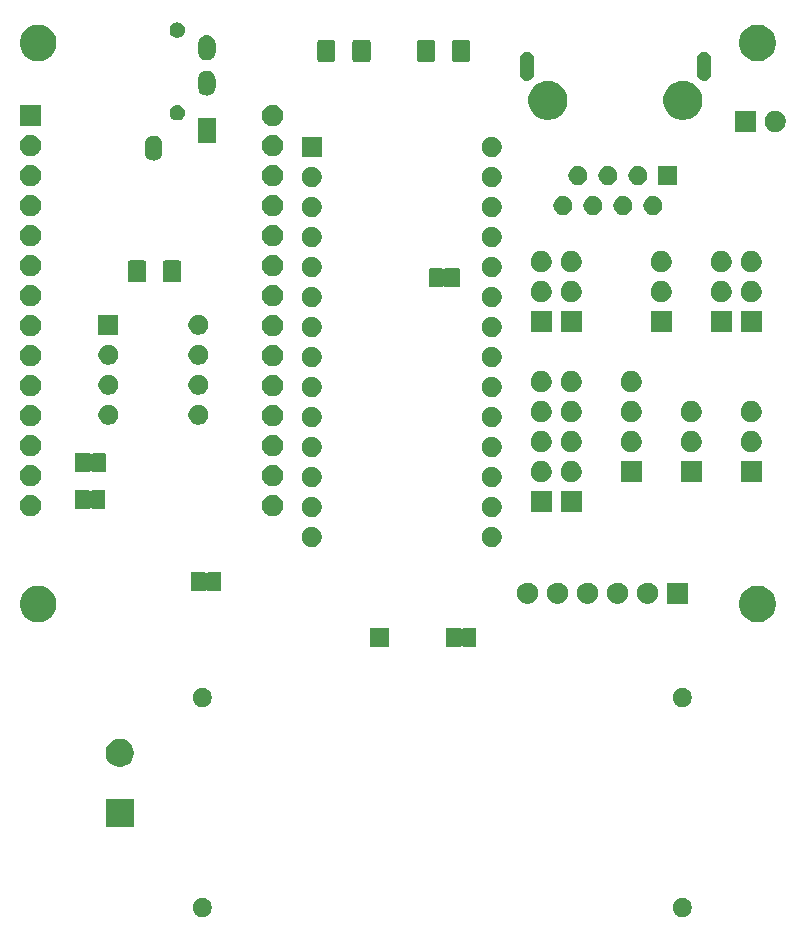
<source format=gbr>
G04 #@! TF.GenerationSoftware,KiCad,Pcbnew,(5.1.6)-1*
G04 #@! TF.CreationDate,2020-08-20T21:44:59-05:00*
G04 #@! TF.ProjectId,ControlBoardT4_28PinSound_Power,436f6e74-726f-46c4-926f-61726454345f,rev?*
G04 #@! TF.SameCoordinates,Original*
G04 #@! TF.FileFunction,Soldermask,Top*
G04 #@! TF.FilePolarity,Negative*
%FSLAX46Y46*%
G04 Gerber Fmt 4.6, Leading zero omitted, Abs format (unit mm)*
G04 Created by KiCad (PCBNEW (5.1.6)-1) date 2020-08-20 21:44:59*
%MOMM*%
%LPD*%
G01*
G04 APERTURE LIST*
%ADD10C,0.100000*%
G04 APERTURE END LIST*
D10*
G36*
X166797642Y-145077742D02*
G01*
X166945601Y-145139029D01*
X167078755Y-145227999D01*
X167192001Y-145341245D01*
X167280971Y-145474399D01*
X167342258Y-145622358D01*
X167373500Y-145779425D01*
X167373500Y-145939575D01*
X167342258Y-146096642D01*
X167280971Y-146244601D01*
X167192001Y-146377755D01*
X167078755Y-146491001D01*
X166945601Y-146579971D01*
X166797642Y-146641258D01*
X166640575Y-146672500D01*
X166480425Y-146672500D01*
X166323358Y-146641258D01*
X166175399Y-146579971D01*
X166042245Y-146491001D01*
X165928999Y-146377755D01*
X165840029Y-146244601D01*
X165778742Y-146096642D01*
X165747500Y-145939575D01*
X165747500Y-145779425D01*
X165778742Y-145622358D01*
X165840029Y-145474399D01*
X165928999Y-145341245D01*
X166042245Y-145227999D01*
X166175399Y-145139029D01*
X166323358Y-145077742D01*
X166480425Y-145046500D01*
X166640575Y-145046500D01*
X166797642Y-145077742D01*
G37*
G36*
X126157642Y-145077742D02*
G01*
X126305601Y-145139029D01*
X126438755Y-145227999D01*
X126552001Y-145341245D01*
X126640971Y-145474399D01*
X126702258Y-145622358D01*
X126733500Y-145779425D01*
X126733500Y-145939575D01*
X126702258Y-146096642D01*
X126640971Y-146244601D01*
X126552001Y-146377755D01*
X126438755Y-146491001D01*
X126305601Y-146579971D01*
X126157642Y-146641258D01*
X126000575Y-146672500D01*
X125840425Y-146672500D01*
X125683358Y-146641258D01*
X125535399Y-146579971D01*
X125402245Y-146491001D01*
X125288999Y-146377755D01*
X125200029Y-146244601D01*
X125138742Y-146096642D01*
X125107500Y-145939575D01*
X125107500Y-145779425D01*
X125138742Y-145622358D01*
X125200029Y-145474399D01*
X125288999Y-145341245D01*
X125402245Y-145227999D01*
X125535399Y-145139029D01*
X125683358Y-145077742D01*
X125840425Y-145046500D01*
X126000575Y-145046500D01*
X126157642Y-145077742D01*
G37*
G36*
X120129500Y-139052500D02*
G01*
X117741500Y-139052500D01*
X117741500Y-136664500D01*
X120129500Y-136664500D01*
X120129500Y-139052500D01*
G37*
G36*
X119283776Y-131630384D02*
G01*
X119501069Y-131720390D01*
X119501071Y-131720391D01*
X119696630Y-131851060D01*
X119862940Y-132017370D01*
X119993610Y-132212931D01*
X120083616Y-132430224D01*
X120129500Y-132660900D01*
X120129500Y-132896100D01*
X120083616Y-133126776D01*
X119993610Y-133344069D01*
X119993609Y-133344071D01*
X119862940Y-133539630D01*
X119696630Y-133705940D01*
X119501071Y-133836609D01*
X119501070Y-133836610D01*
X119501069Y-133836610D01*
X119283776Y-133926616D01*
X119053100Y-133972500D01*
X118817900Y-133972500D01*
X118587224Y-133926616D01*
X118369931Y-133836610D01*
X118369930Y-133836610D01*
X118369929Y-133836609D01*
X118174370Y-133705940D01*
X118008060Y-133539630D01*
X117877391Y-133344071D01*
X117877390Y-133344069D01*
X117787384Y-133126776D01*
X117741500Y-132896100D01*
X117741500Y-132660900D01*
X117787384Y-132430224D01*
X117877390Y-132212931D01*
X118008060Y-132017370D01*
X118174370Y-131851060D01*
X118369929Y-131720391D01*
X118369931Y-131720390D01*
X118587224Y-131630384D01*
X118817900Y-131584500D01*
X119053100Y-131584500D01*
X119283776Y-131630384D01*
G37*
G36*
X166797642Y-127297742D02*
G01*
X166945601Y-127359029D01*
X167078755Y-127447999D01*
X167192001Y-127561245D01*
X167280971Y-127694399D01*
X167342258Y-127842358D01*
X167373500Y-127999425D01*
X167373500Y-128159575D01*
X167342258Y-128316642D01*
X167280971Y-128464601D01*
X167192001Y-128597755D01*
X167078755Y-128711001D01*
X166945601Y-128799971D01*
X166797642Y-128861258D01*
X166640575Y-128892500D01*
X166480425Y-128892500D01*
X166323358Y-128861258D01*
X166175399Y-128799971D01*
X166042245Y-128711001D01*
X165928999Y-128597755D01*
X165840029Y-128464601D01*
X165778742Y-128316642D01*
X165747500Y-128159575D01*
X165747500Y-127999425D01*
X165778742Y-127842358D01*
X165840029Y-127694399D01*
X165928999Y-127561245D01*
X166042245Y-127447999D01*
X166175399Y-127359029D01*
X166323358Y-127297742D01*
X166480425Y-127266500D01*
X166640575Y-127266500D01*
X166797642Y-127297742D01*
G37*
G36*
X126157642Y-127297742D02*
G01*
X126305601Y-127359029D01*
X126438755Y-127447999D01*
X126552001Y-127561245D01*
X126640971Y-127694399D01*
X126702258Y-127842358D01*
X126733500Y-127999425D01*
X126733500Y-128159575D01*
X126702258Y-128316642D01*
X126640971Y-128464601D01*
X126552001Y-128597755D01*
X126438755Y-128711001D01*
X126305601Y-128799971D01*
X126157642Y-128861258D01*
X126000575Y-128892500D01*
X125840425Y-128892500D01*
X125683358Y-128861258D01*
X125535399Y-128799971D01*
X125402245Y-128711001D01*
X125288999Y-128597755D01*
X125200029Y-128464601D01*
X125138742Y-128316642D01*
X125107500Y-128159575D01*
X125107500Y-127999425D01*
X125138742Y-127842358D01*
X125200029Y-127694399D01*
X125288999Y-127561245D01*
X125402245Y-127447999D01*
X125535399Y-127359029D01*
X125683358Y-127297742D01*
X125840425Y-127266500D01*
X126000575Y-127266500D01*
X126157642Y-127297742D01*
G37*
G36*
X147799999Y-122199737D02*
G01*
X147809608Y-122202652D01*
X147818472Y-122207390D01*
X147826237Y-122213763D01*
X147836884Y-122226737D01*
X147843053Y-122235968D01*
X147860381Y-122253294D01*
X147880756Y-122266907D01*
X147903395Y-122276283D01*
X147927428Y-122281063D01*
X147951932Y-122281062D01*
X147975965Y-122276280D01*
X147998604Y-122266902D01*
X148018978Y-122253287D01*
X148036304Y-122235959D01*
X148043175Y-122226683D01*
X148053726Y-122213800D01*
X148055103Y-122212668D01*
X148061484Y-122207419D01*
X148070339Y-122202674D01*
X148073377Y-122201749D01*
X148079915Y-122199758D01*
X148079918Y-122199758D01*
X148079950Y-122199748D01*
X148090000Y-122198753D01*
X148090065Y-122198753D01*
X148096175Y-122198148D01*
X149083860Y-122198148D01*
X149099999Y-122199737D01*
X149109608Y-122202652D01*
X149118472Y-122207390D01*
X149126237Y-122213763D01*
X149132610Y-122221528D01*
X149137348Y-122230392D01*
X149140263Y-122240001D01*
X149141852Y-122256140D01*
X149141852Y-123743860D01*
X149140263Y-123759999D01*
X149137348Y-123769608D01*
X149132610Y-123778472D01*
X149126237Y-123786237D01*
X149118472Y-123792610D01*
X149109608Y-123797348D01*
X149099999Y-123800263D01*
X149083860Y-123801852D01*
X148096140Y-123801852D01*
X148080001Y-123800263D01*
X148070392Y-123797348D01*
X148061528Y-123792610D01*
X148053788Y-123786258D01*
X148053787Y-123786257D01*
X148053763Y-123786237D01*
X148047360Y-123778427D01*
X148047323Y-123778372D01*
X148039520Y-123768853D01*
X148039489Y-123768878D01*
X148028147Y-123755028D01*
X148009221Y-123739463D01*
X147987623Y-123727889D01*
X147964181Y-123720751D01*
X147939798Y-123718324D01*
X147915409Y-123720700D01*
X147891953Y-123727789D01*
X147870330Y-123739318D01*
X147851372Y-123754843D01*
X147835807Y-123773769D01*
X147833971Y-123776825D01*
X147832582Y-123778514D01*
X147832581Y-123778516D01*
X147827485Y-123784712D01*
X147826200Y-123786274D01*
X147818425Y-123792642D01*
X147812517Y-123795791D01*
X147809562Y-123797367D01*
X147799981Y-123800262D01*
X147799915Y-123800282D01*
X147783887Y-123801852D01*
X146646140Y-123801852D01*
X146630001Y-123800263D01*
X146620392Y-123797348D01*
X146611528Y-123792610D01*
X146603763Y-123786237D01*
X146597390Y-123778472D01*
X146592652Y-123769608D01*
X146589737Y-123759999D01*
X146588148Y-123743860D01*
X146588148Y-122256140D01*
X146589737Y-122240001D01*
X146592652Y-122230392D01*
X146597390Y-122221528D01*
X146603763Y-122213763D01*
X146611528Y-122207390D01*
X146620392Y-122202652D01*
X146630001Y-122199737D01*
X146646140Y-122198148D01*
X147783860Y-122198148D01*
X147799999Y-122199737D01*
G37*
G36*
X141771000Y-123801000D02*
G01*
X140169000Y-123801000D01*
X140169000Y-122199000D01*
X141771000Y-122199000D01*
X141771000Y-123801000D01*
G37*
G36*
X173226585Y-118642802D02*
G01*
X173376410Y-118672604D01*
X173658674Y-118789521D01*
X173912705Y-118959259D01*
X174128741Y-119175295D01*
X174298479Y-119429326D01*
X174415396Y-119711590D01*
X174475000Y-120011240D01*
X174475000Y-120316760D01*
X174415396Y-120616410D01*
X174298479Y-120898674D01*
X174128741Y-121152705D01*
X173912705Y-121368741D01*
X173658674Y-121538479D01*
X173376410Y-121655396D01*
X173226585Y-121685198D01*
X173076761Y-121715000D01*
X172771239Y-121715000D01*
X172621415Y-121685198D01*
X172471590Y-121655396D01*
X172189326Y-121538479D01*
X171935295Y-121368741D01*
X171719259Y-121152705D01*
X171549521Y-120898674D01*
X171432604Y-120616410D01*
X171373000Y-120316760D01*
X171373000Y-120011240D01*
X171432604Y-119711590D01*
X171549521Y-119429326D01*
X171719259Y-119175295D01*
X171935295Y-118959259D01*
X172189326Y-118789521D01*
X172471590Y-118672604D01*
X172621415Y-118642802D01*
X172771239Y-118613000D01*
X173076761Y-118613000D01*
X173226585Y-118642802D01*
G37*
G36*
X112336585Y-118642802D02*
G01*
X112486410Y-118672604D01*
X112768674Y-118789521D01*
X113022705Y-118959259D01*
X113238741Y-119175295D01*
X113408479Y-119429326D01*
X113525396Y-119711590D01*
X113585000Y-120011240D01*
X113585000Y-120316760D01*
X113525396Y-120616410D01*
X113408479Y-120898674D01*
X113238741Y-121152705D01*
X113022705Y-121368741D01*
X112768674Y-121538479D01*
X112486410Y-121655396D01*
X112336585Y-121685198D01*
X112186761Y-121715000D01*
X111881239Y-121715000D01*
X111731415Y-121685198D01*
X111581590Y-121655396D01*
X111299326Y-121538479D01*
X111045295Y-121368741D01*
X110829259Y-121152705D01*
X110659521Y-120898674D01*
X110542604Y-120616410D01*
X110483000Y-120316760D01*
X110483000Y-120011240D01*
X110542604Y-119711590D01*
X110659521Y-119429326D01*
X110829259Y-119175295D01*
X111045295Y-118959259D01*
X111299326Y-118789521D01*
X111581590Y-118672604D01*
X111731415Y-118642802D01*
X111881239Y-118613000D01*
X112186761Y-118613000D01*
X112336585Y-118642802D01*
G37*
G36*
X167080500Y-120154000D02*
G01*
X165278500Y-120154000D01*
X165278500Y-118352000D01*
X167080500Y-118352000D01*
X167080500Y-120154000D01*
G37*
G36*
X161213012Y-118356927D02*
G01*
X161362312Y-118386624D01*
X161526284Y-118454544D01*
X161673854Y-118553147D01*
X161799353Y-118678646D01*
X161897956Y-118826216D01*
X161965876Y-118990188D01*
X162000500Y-119164259D01*
X162000500Y-119341741D01*
X161965876Y-119515812D01*
X161897956Y-119679784D01*
X161799353Y-119827354D01*
X161673854Y-119952853D01*
X161526284Y-120051456D01*
X161362312Y-120119376D01*
X161213012Y-120149073D01*
X161188242Y-120154000D01*
X161010758Y-120154000D01*
X160985988Y-120149073D01*
X160836688Y-120119376D01*
X160672716Y-120051456D01*
X160525146Y-119952853D01*
X160399647Y-119827354D01*
X160301044Y-119679784D01*
X160233124Y-119515812D01*
X160198500Y-119341741D01*
X160198500Y-119164259D01*
X160233124Y-118990188D01*
X160301044Y-118826216D01*
X160399647Y-118678646D01*
X160525146Y-118553147D01*
X160672716Y-118454544D01*
X160836688Y-118386624D01*
X160985988Y-118356927D01*
X161010758Y-118352000D01*
X161188242Y-118352000D01*
X161213012Y-118356927D01*
G37*
G36*
X158673012Y-118356927D02*
G01*
X158822312Y-118386624D01*
X158986284Y-118454544D01*
X159133854Y-118553147D01*
X159259353Y-118678646D01*
X159357956Y-118826216D01*
X159425876Y-118990188D01*
X159460500Y-119164259D01*
X159460500Y-119341741D01*
X159425876Y-119515812D01*
X159357956Y-119679784D01*
X159259353Y-119827354D01*
X159133854Y-119952853D01*
X158986284Y-120051456D01*
X158822312Y-120119376D01*
X158673012Y-120149073D01*
X158648242Y-120154000D01*
X158470758Y-120154000D01*
X158445988Y-120149073D01*
X158296688Y-120119376D01*
X158132716Y-120051456D01*
X157985146Y-119952853D01*
X157859647Y-119827354D01*
X157761044Y-119679784D01*
X157693124Y-119515812D01*
X157658500Y-119341741D01*
X157658500Y-119164259D01*
X157693124Y-118990188D01*
X157761044Y-118826216D01*
X157859647Y-118678646D01*
X157985146Y-118553147D01*
X158132716Y-118454544D01*
X158296688Y-118386624D01*
X158445988Y-118356927D01*
X158470758Y-118352000D01*
X158648242Y-118352000D01*
X158673012Y-118356927D01*
G37*
G36*
X156133012Y-118356927D02*
G01*
X156282312Y-118386624D01*
X156446284Y-118454544D01*
X156593854Y-118553147D01*
X156719353Y-118678646D01*
X156817956Y-118826216D01*
X156885876Y-118990188D01*
X156920500Y-119164259D01*
X156920500Y-119341741D01*
X156885876Y-119515812D01*
X156817956Y-119679784D01*
X156719353Y-119827354D01*
X156593854Y-119952853D01*
X156446284Y-120051456D01*
X156282312Y-120119376D01*
X156133012Y-120149073D01*
X156108242Y-120154000D01*
X155930758Y-120154000D01*
X155905988Y-120149073D01*
X155756688Y-120119376D01*
X155592716Y-120051456D01*
X155445146Y-119952853D01*
X155319647Y-119827354D01*
X155221044Y-119679784D01*
X155153124Y-119515812D01*
X155118500Y-119341741D01*
X155118500Y-119164259D01*
X155153124Y-118990188D01*
X155221044Y-118826216D01*
X155319647Y-118678646D01*
X155445146Y-118553147D01*
X155592716Y-118454544D01*
X155756688Y-118386624D01*
X155905988Y-118356927D01*
X155930758Y-118352000D01*
X156108242Y-118352000D01*
X156133012Y-118356927D01*
G37*
G36*
X163753012Y-118356927D02*
G01*
X163902312Y-118386624D01*
X164066284Y-118454544D01*
X164213854Y-118553147D01*
X164339353Y-118678646D01*
X164437956Y-118826216D01*
X164505876Y-118990188D01*
X164540500Y-119164259D01*
X164540500Y-119341741D01*
X164505876Y-119515812D01*
X164437956Y-119679784D01*
X164339353Y-119827354D01*
X164213854Y-119952853D01*
X164066284Y-120051456D01*
X163902312Y-120119376D01*
X163753012Y-120149073D01*
X163728242Y-120154000D01*
X163550758Y-120154000D01*
X163525988Y-120149073D01*
X163376688Y-120119376D01*
X163212716Y-120051456D01*
X163065146Y-119952853D01*
X162939647Y-119827354D01*
X162841044Y-119679784D01*
X162773124Y-119515812D01*
X162738500Y-119341741D01*
X162738500Y-119164259D01*
X162773124Y-118990188D01*
X162841044Y-118826216D01*
X162939647Y-118678646D01*
X163065146Y-118553147D01*
X163212716Y-118454544D01*
X163376688Y-118386624D01*
X163525988Y-118356927D01*
X163550758Y-118352000D01*
X163728242Y-118352000D01*
X163753012Y-118356927D01*
G37*
G36*
X153593012Y-118356927D02*
G01*
X153742312Y-118386624D01*
X153906284Y-118454544D01*
X154053854Y-118553147D01*
X154179353Y-118678646D01*
X154277956Y-118826216D01*
X154345876Y-118990188D01*
X154380500Y-119164259D01*
X154380500Y-119341741D01*
X154345876Y-119515812D01*
X154277956Y-119679784D01*
X154179353Y-119827354D01*
X154053854Y-119952853D01*
X153906284Y-120051456D01*
X153742312Y-120119376D01*
X153593012Y-120149073D01*
X153568242Y-120154000D01*
X153390758Y-120154000D01*
X153365988Y-120149073D01*
X153216688Y-120119376D01*
X153052716Y-120051456D01*
X152905146Y-119952853D01*
X152779647Y-119827354D01*
X152681044Y-119679784D01*
X152613124Y-119515812D01*
X152578500Y-119341741D01*
X152578500Y-119164259D01*
X152613124Y-118990188D01*
X152681044Y-118826216D01*
X152779647Y-118678646D01*
X152905146Y-118553147D01*
X153052716Y-118454544D01*
X153216688Y-118386624D01*
X153365988Y-118356927D01*
X153390758Y-118352000D01*
X153568242Y-118352000D01*
X153593012Y-118356927D01*
G37*
G36*
X126172999Y-117500237D02*
G01*
X126182608Y-117503152D01*
X126191472Y-117507890D01*
X126199237Y-117514263D01*
X126209884Y-117527237D01*
X126216053Y-117536468D01*
X126233381Y-117553794D01*
X126253756Y-117567407D01*
X126276395Y-117576783D01*
X126300428Y-117581563D01*
X126324932Y-117581562D01*
X126348965Y-117576780D01*
X126371604Y-117567402D01*
X126391978Y-117553787D01*
X126409304Y-117536459D01*
X126416175Y-117527183D01*
X126426726Y-117514300D01*
X126428103Y-117513168D01*
X126434484Y-117507919D01*
X126443339Y-117503174D01*
X126446377Y-117502249D01*
X126452915Y-117500258D01*
X126452918Y-117500258D01*
X126452950Y-117500248D01*
X126463000Y-117499253D01*
X126463065Y-117499253D01*
X126469175Y-117498648D01*
X127456860Y-117498648D01*
X127472999Y-117500237D01*
X127482608Y-117503152D01*
X127491472Y-117507890D01*
X127499237Y-117514263D01*
X127505610Y-117522028D01*
X127510348Y-117530892D01*
X127513263Y-117540501D01*
X127514852Y-117556640D01*
X127514852Y-119044360D01*
X127513263Y-119060499D01*
X127510348Y-119070108D01*
X127505610Y-119078972D01*
X127499237Y-119086737D01*
X127491472Y-119093110D01*
X127482608Y-119097848D01*
X127472999Y-119100763D01*
X127456860Y-119102352D01*
X126469140Y-119102352D01*
X126453001Y-119100763D01*
X126443392Y-119097848D01*
X126434528Y-119093110D01*
X126426788Y-119086758D01*
X126426787Y-119086757D01*
X126426763Y-119086737D01*
X126420360Y-119078927D01*
X126420323Y-119078872D01*
X126412520Y-119069353D01*
X126412489Y-119069378D01*
X126401147Y-119055528D01*
X126382221Y-119039963D01*
X126360623Y-119028389D01*
X126337181Y-119021251D01*
X126312798Y-119018824D01*
X126288409Y-119021200D01*
X126264953Y-119028289D01*
X126243330Y-119039818D01*
X126224372Y-119055343D01*
X126208807Y-119074269D01*
X126206971Y-119077325D01*
X126205582Y-119079014D01*
X126205581Y-119079016D01*
X126200485Y-119085212D01*
X126199200Y-119086774D01*
X126191425Y-119093142D01*
X126185517Y-119096291D01*
X126182562Y-119097867D01*
X126172981Y-119100762D01*
X126172915Y-119100782D01*
X126156887Y-119102352D01*
X125019140Y-119102352D01*
X125003001Y-119100763D01*
X124993392Y-119097848D01*
X124984528Y-119093110D01*
X124976763Y-119086737D01*
X124970390Y-119078972D01*
X124965652Y-119070108D01*
X124962737Y-119060499D01*
X124961148Y-119044360D01*
X124961148Y-117556640D01*
X124962737Y-117540501D01*
X124965652Y-117530892D01*
X124970390Y-117522028D01*
X124976763Y-117514263D01*
X124984528Y-117507890D01*
X124993392Y-117503152D01*
X125003001Y-117500237D01*
X125019140Y-117498648D01*
X126156860Y-117498648D01*
X126172999Y-117500237D01*
G37*
G36*
X150679728Y-113672203D02*
G01*
X150834600Y-113736353D01*
X150973981Y-113829485D01*
X151092515Y-113948019D01*
X151185647Y-114087400D01*
X151249797Y-114242272D01*
X151282500Y-114406684D01*
X151282500Y-114574316D01*
X151249797Y-114738728D01*
X151185647Y-114893600D01*
X151092515Y-115032981D01*
X150973981Y-115151515D01*
X150834600Y-115244647D01*
X150679728Y-115308797D01*
X150515316Y-115341500D01*
X150347684Y-115341500D01*
X150183272Y-115308797D01*
X150028400Y-115244647D01*
X149889019Y-115151515D01*
X149770485Y-115032981D01*
X149677353Y-114893600D01*
X149613203Y-114738728D01*
X149580500Y-114574316D01*
X149580500Y-114406684D01*
X149613203Y-114242272D01*
X149677353Y-114087400D01*
X149770485Y-113948019D01*
X149889019Y-113829485D01*
X150028400Y-113736353D01*
X150183272Y-113672203D01*
X150347684Y-113639500D01*
X150515316Y-113639500D01*
X150679728Y-113672203D01*
G37*
G36*
X135439728Y-113672203D02*
G01*
X135594600Y-113736353D01*
X135733981Y-113829485D01*
X135852515Y-113948019D01*
X135945647Y-114087400D01*
X136009797Y-114242272D01*
X136042500Y-114406684D01*
X136042500Y-114574316D01*
X136009797Y-114738728D01*
X135945647Y-114893600D01*
X135852515Y-115032981D01*
X135733981Y-115151515D01*
X135594600Y-115244647D01*
X135439728Y-115308797D01*
X135275316Y-115341500D01*
X135107684Y-115341500D01*
X134943272Y-115308797D01*
X134788400Y-115244647D01*
X134649019Y-115151515D01*
X134530485Y-115032981D01*
X134437353Y-114893600D01*
X134373203Y-114738728D01*
X134340500Y-114574316D01*
X134340500Y-114406684D01*
X134373203Y-114242272D01*
X134437353Y-114087400D01*
X134530485Y-113948019D01*
X134649019Y-113829485D01*
X134788400Y-113736353D01*
X134943272Y-113672203D01*
X135107684Y-113639500D01*
X135275316Y-113639500D01*
X135439728Y-113672203D01*
G37*
G36*
X135439728Y-111132203D02*
G01*
X135594600Y-111196353D01*
X135733981Y-111289485D01*
X135852515Y-111408019D01*
X135945647Y-111547400D01*
X136009797Y-111702272D01*
X136042500Y-111866684D01*
X136042500Y-112034316D01*
X136009797Y-112198728D01*
X135945647Y-112353600D01*
X135852515Y-112492981D01*
X135733981Y-112611515D01*
X135594600Y-112704647D01*
X135439728Y-112768797D01*
X135275316Y-112801500D01*
X135107684Y-112801500D01*
X134943272Y-112768797D01*
X134788400Y-112704647D01*
X134649019Y-112611515D01*
X134530485Y-112492981D01*
X134437353Y-112353600D01*
X134373203Y-112198728D01*
X134340500Y-112034316D01*
X134340500Y-111866684D01*
X134373203Y-111702272D01*
X134437353Y-111547400D01*
X134530485Y-111408019D01*
X134649019Y-111289485D01*
X134788400Y-111196353D01*
X134943272Y-111132203D01*
X135107684Y-111099500D01*
X135275316Y-111099500D01*
X135439728Y-111132203D01*
G37*
G36*
X150679728Y-111132203D02*
G01*
X150834600Y-111196353D01*
X150973981Y-111289485D01*
X151092515Y-111408019D01*
X151185647Y-111547400D01*
X151249797Y-111702272D01*
X151282500Y-111866684D01*
X151282500Y-112034316D01*
X151249797Y-112198728D01*
X151185647Y-112353600D01*
X151092515Y-112492981D01*
X150973981Y-112611515D01*
X150834600Y-112704647D01*
X150679728Y-112768797D01*
X150515316Y-112801500D01*
X150347684Y-112801500D01*
X150183272Y-112768797D01*
X150028400Y-112704647D01*
X149889019Y-112611515D01*
X149770485Y-112492981D01*
X149677353Y-112353600D01*
X149613203Y-112198728D01*
X149580500Y-112034316D01*
X149580500Y-111866684D01*
X149613203Y-111702272D01*
X149677353Y-111547400D01*
X149770485Y-111408019D01*
X149889019Y-111289485D01*
X150028400Y-111196353D01*
X150183272Y-111132203D01*
X150347684Y-111099500D01*
X150515316Y-111099500D01*
X150679728Y-111132203D01*
G37*
G36*
X111492512Y-110927427D02*
G01*
X111641812Y-110957124D01*
X111805784Y-111025044D01*
X111953354Y-111123647D01*
X112078853Y-111249146D01*
X112177456Y-111396716D01*
X112245376Y-111560688D01*
X112280000Y-111734759D01*
X112280000Y-111912241D01*
X112245376Y-112086312D01*
X112177456Y-112250284D01*
X112078853Y-112397854D01*
X111953354Y-112523353D01*
X111805784Y-112621956D01*
X111641812Y-112689876D01*
X111492512Y-112719573D01*
X111467742Y-112724500D01*
X111290258Y-112724500D01*
X111265488Y-112719573D01*
X111116188Y-112689876D01*
X110952216Y-112621956D01*
X110804646Y-112523353D01*
X110679147Y-112397854D01*
X110580544Y-112250284D01*
X110512624Y-112086312D01*
X110478000Y-111912241D01*
X110478000Y-111734759D01*
X110512624Y-111560688D01*
X110580544Y-111396716D01*
X110679147Y-111249146D01*
X110804646Y-111123647D01*
X110952216Y-111025044D01*
X111116188Y-110957124D01*
X111265488Y-110927427D01*
X111290258Y-110922500D01*
X111467742Y-110922500D01*
X111492512Y-110927427D01*
G37*
G36*
X131992512Y-110927427D02*
G01*
X132141812Y-110957124D01*
X132305784Y-111025044D01*
X132453354Y-111123647D01*
X132578853Y-111249146D01*
X132677456Y-111396716D01*
X132745376Y-111560688D01*
X132780000Y-111734759D01*
X132780000Y-111912241D01*
X132745376Y-112086312D01*
X132677456Y-112250284D01*
X132578853Y-112397854D01*
X132453354Y-112523353D01*
X132305784Y-112621956D01*
X132141812Y-112689876D01*
X131992512Y-112719573D01*
X131967742Y-112724500D01*
X131790258Y-112724500D01*
X131765488Y-112719573D01*
X131616188Y-112689876D01*
X131452216Y-112621956D01*
X131304646Y-112523353D01*
X131179147Y-112397854D01*
X131080544Y-112250284D01*
X131012624Y-112086312D01*
X130978000Y-111912241D01*
X130978000Y-111734759D01*
X131012624Y-111560688D01*
X131080544Y-111396716D01*
X131179147Y-111249146D01*
X131304646Y-111123647D01*
X131452216Y-111025044D01*
X131616188Y-110957124D01*
X131765488Y-110927427D01*
X131790258Y-110922500D01*
X131967742Y-110922500D01*
X131992512Y-110927427D01*
G37*
G36*
X155523500Y-112407000D02*
G01*
X153721500Y-112407000D01*
X153721500Y-110605000D01*
X155523500Y-110605000D01*
X155523500Y-112407000D01*
G37*
G36*
X158063500Y-112407000D02*
G01*
X156261500Y-112407000D01*
X156261500Y-110605000D01*
X158063500Y-110605000D01*
X158063500Y-112407000D01*
G37*
G36*
X116330499Y-110515237D02*
G01*
X116340108Y-110518152D01*
X116348972Y-110522890D01*
X116356737Y-110529263D01*
X116367384Y-110542237D01*
X116373553Y-110551468D01*
X116390881Y-110568794D01*
X116411256Y-110582407D01*
X116433895Y-110591783D01*
X116457928Y-110596563D01*
X116482432Y-110596562D01*
X116506465Y-110591780D01*
X116529104Y-110582402D01*
X116549478Y-110568787D01*
X116566804Y-110551459D01*
X116573675Y-110542183D01*
X116584226Y-110529300D01*
X116585603Y-110528168D01*
X116591984Y-110522919D01*
X116600839Y-110518174D01*
X116603877Y-110517249D01*
X116610415Y-110515258D01*
X116610418Y-110515258D01*
X116610450Y-110515248D01*
X116620500Y-110514253D01*
X116620565Y-110514253D01*
X116626675Y-110513648D01*
X117614360Y-110513648D01*
X117630499Y-110515237D01*
X117640108Y-110518152D01*
X117648972Y-110522890D01*
X117656737Y-110529263D01*
X117663110Y-110537028D01*
X117667848Y-110545892D01*
X117670763Y-110555501D01*
X117672352Y-110571640D01*
X117672352Y-112059360D01*
X117670763Y-112075499D01*
X117667848Y-112085108D01*
X117663110Y-112093972D01*
X117656737Y-112101737D01*
X117648972Y-112108110D01*
X117640108Y-112112848D01*
X117630499Y-112115763D01*
X117614360Y-112117352D01*
X116626640Y-112117352D01*
X116610501Y-112115763D01*
X116600892Y-112112848D01*
X116592028Y-112108110D01*
X116584288Y-112101758D01*
X116584287Y-112101757D01*
X116584263Y-112101737D01*
X116577860Y-112093927D01*
X116577823Y-112093872D01*
X116570020Y-112084353D01*
X116569989Y-112084378D01*
X116558647Y-112070528D01*
X116539721Y-112054963D01*
X116518123Y-112043389D01*
X116494681Y-112036251D01*
X116470298Y-112033824D01*
X116445909Y-112036200D01*
X116422453Y-112043289D01*
X116400830Y-112054818D01*
X116381872Y-112070343D01*
X116366307Y-112089269D01*
X116364471Y-112092325D01*
X116363082Y-112094014D01*
X116363081Y-112094016D01*
X116357985Y-112100212D01*
X116356700Y-112101774D01*
X116348925Y-112108142D01*
X116343017Y-112111291D01*
X116340062Y-112112867D01*
X116330481Y-112115762D01*
X116330415Y-112115782D01*
X116314387Y-112117352D01*
X115176640Y-112117352D01*
X115160501Y-112115763D01*
X115150892Y-112112848D01*
X115142028Y-112108110D01*
X115134263Y-112101737D01*
X115127890Y-112093972D01*
X115123152Y-112085108D01*
X115120237Y-112075499D01*
X115118648Y-112059360D01*
X115118648Y-110571640D01*
X115120237Y-110555501D01*
X115123152Y-110545892D01*
X115127890Y-110537028D01*
X115134263Y-110529263D01*
X115142028Y-110522890D01*
X115150892Y-110518152D01*
X115160501Y-110515237D01*
X115176640Y-110513648D01*
X116314360Y-110513648D01*
X116330499Y-110515237D01*
G37*
G36*
X135439728Y-108592203D02*
G01*
X135594600Y-108656353D01*
X135733981Y-108749485D01*
X135852515Y-108868019D01*
X135945647Y-109007400D01*
X136009797Y-109162272D01*
X136042500Y-109326684D01*
X136042500Y-109494316D01*
X136009797Y-109658728D01*
X135945647Y-109813600D01*
X135852515Y-109952981D01*
X135733981Y-110071515D01*
X135594600Y-110164647D01*
X135439728Y-110228797D01*
X135275316Y-110261500D01*
X135107684Y-110261500D01*
X134943272Y-110228797D01*
X134788400Y-110164647D01*
X134649019Y-110071515D01*
X134530485Y-109952981D01*
X134437353Y-109813600D01*
X134373203Y-109658728D01*
X134340500Y-109494316D01*
X134340500Y-109326684D01*
X134373203Y-109162272D01*
X134437353Y-109007400D01*
X134530485Y-108868019D01*
X134649019Y-108749485D01*
X134788400Y-108656353D01*
X134943272Y-108592203D01*
X135107684Y-108559500D01*
X135275316Y-108559500D01*
X135439728Y-108592203D01*
G37*
G36*
X150679728Y-108592203D02*
G01*
X150834600Y-108656353D01*
X150973981Y-108749485D01*
X151092515Y-108868019D01*
X151185647Y-109007400D01*
X151249797Y-109162272D01*
X151282500Y-109326684D01*
X151282500Y-109494316D01*
X151249797Y-109658728D01*
X151185647Y-109813600D01*
X151092515Y-109952981D01*
X150973981Y-110071515D01*
X150834600Y-110164647D01*
X150679728Y-110228797D01*
X150515316Y-110261500D01*
X150347684Y-110261500D01*
X150183272Y-110228797D01*
X150028400Y-110164647D01*
X149889019Y-110071515D01*
X149770485Y-109952981D01*
X149677353Y-109813600D01*
X149613203Y-109658728D01*
X149580500Y-109494316D01*
X149580500Y-109326684D01*
X149613203Y-109162272D01*
X149677353Y-109007400D01*
X149770485Y-108868019D01*
X149889019Y-108749485D01*
X150028400Y-108656353D01*
X150183272Y-108592203D01*
X150347684Y-108559500D01*
X150515316Y-108559500D01*
X150679728Y-108592203D01*
G37*
G36*
X111492512Y-108387427D02*
G01*
X111641812Y-108417124D01*
X111805784Y-108485044D01*
X111953354Y-108583647D01*
X112078853Y-108709146D01*
X112177456Y-108856716D01*
X112245376Y-109020688D01*
X112280000Y-109194759D01*
X112280000Y-109372241D01*
X112245376Y-109546312D01*
X112177456Y-109710284D01*
X112078853Y-109857854D01*
X111953354Y-109983353D01*
X111805784Y-110081956D01*
X111641812Y-110149876D01*
X111492512Y-110179573D01*
X111467742Y-110184500D01*
X111290258Y-110184500D01*
X111265488Y-110179573D01*
X111116188Y-110149876D01*
X110952216Y-110081956D01*
X110804646Y-109983353D01*
X110679147Y-109857854D01*
X110580544Y-109710284D01*
X110512624Y-109546312D01*
X110478000Y-109372241D01*
X110478000Y-109194759D01*
X110512624Y-109020688D01*
X110580544Y-108856716D01*
X110679147Y-108709146D01*
X110804646Y-108583647D01*
X110952216Y-108485044D01*
X111116188Y-108417124D01*
X111265488Y-108387427D01*
X111290258Y-108382500D01*
X111467742Y-108382500D01*
X111492512Y-108387427D01*
G37*
G36*
X131992512Y-108387427D02*
G01*
X132141812Y-108417124D01*
X132305784Y-108485044D01*
X132453354Y-108583647D01*
X132578853Y-108709146D01*
X132677456Y-108856716D01*
X132745376Y-109020688D01*
X132780000Y-109194759D01*
X132780000Y-109372241D01*
X132745376Y-109546312D01*
X132677456Y-109710284D01*
X132578853Y-109857854D01*
X132453354Y-109983353D01*
X132305784Y-110081956D01*
X132141812Y-110149876D01*
X131992512Y-110179573D01*
X131967742Y-110184500D01*
X131790258Y-110184500D01*
X131765488Y-110179573D01*
X131616188Y-110149876D01*
X131452216Y-110081956D01*
X131304646Y-109983353D01*
X131179147Y-109857854D01*
X131080544Y-109710284D01*
X131012624Y-109546312D01*
X130978000Y-109372241D01*
X130978000Y-109194759D01*
X131012624Y-109020688D01*
X131080544Y-108856716D01*
X131179147Y-108709146D01*
X131304646Y-108583647D01*
X131452216Y-108485044D01*
X131616188Y-108417124D01*
X131765488Y-108387427D01*
X131790258Y-108382500D01*
X131967742Y-108382500D01*
X131992512Y-108387427D01*
G37*
G36*
X173303500Y-109867000D02*
G01*
X171501500Y-109867000D01*
X171501500Y-108065000D01*
X173303500Y-108065000D01*
X173303500Y-109867000D01*
G37*
G36*
X163143500Y-109867000D02*
G01*
X161341500Y-109867000D01*
X161341500Y-108065000D01*
X163143500Y-108065000D01*
X163143500Y-109867000D01*
G37*
G36*
X157276012Y-108069927D02*
G01*
X157425312Y-108099624D01*
X157589284Y-108167544D01*
X157736854Y-108266147D01*
X157862353Y-108391646D01*
X157960956Y-108539216D01*
X158028876Y-108703188D01*
X158063500Y-108877259D01*
X158063500Y-109054741D01*
X158028876Y-109228812D01*
X157960956Y-109392784D01*
X157862353Y-109540354D01*
X157736854Y-109665853D01*
X157589284Y-109764456D01*
X157425312Y-109832376D01*
X157276012Y-109862073D01*
X157251242Y-109867000D01*
X157073758Y-109867000D01*
X157048988Y-109862073D01*
X156899688Y-109832376D01*
X156735716Y-109764456D01*
X156588146Y-109665853D01*
X156462647Y-109540354D01*
X156364044Y-109392784D01*
X156296124Y-109228812D01*
X156261500Y-109054741D01*
X156261500Y-108877259D01*
X156296124Y-108703188D01*
X156364044Y-108539216D01*
X156462647Y-108391646D01*
X156588146Y-108266147D01*
X156735716Y-108167544D01*
X156899688Y-108099624D01*
X157048988Y-108069927D01*
X157073758Y-108065000D01*
X157251242Y-108065000D01*
X157276012Y-108069927D01*
G37*
G36*
X154736012Y-108069927D02*
G01*
X154885312Y-108099624D01*
X155049284Y-108167544D01*
X155196854Y-108266147D01*
X155322353Y-108391646D01*
X155420956Y-108539216D01*
X155488876Y-108703188D01*
X155523500Y-108877259D01*
X155523500Y-109054741D01*
X155488876Y-109228812D01*
X155420956Y-109392784D01*
X155322353Y-109540354D01*
X155196854Y-109665853D01*
X155049284Y-109764456D01*
X154885312Y-109832376D01*
X154736012Y-109862073D01*
X154711242Y-109867000D01*
X154533758Y-109867000D01*
X154508988Y-109862073D01*
X154359688Y-109832376D01*
X154195716Y-109764456D01*
X154048146Y-109665853D01*
X153922647Y-109540354D01*
X153824044Y-109392784D01*
X153756124Y-109228812D01*
X153721500Y-109054741D01*
X153721500Y-108877259D01*
X153756124Y-108703188D01*
X153824044Y-108539216D01*
X153922647Y-108391646D01*
X154048146Y-108266147D01*
X154195716Y-108167544D01*
X154359688Y-108099624D01*
X154508988Y-108069927D01*
X154533758Y-108065000D01*
X154711242Y-108065000D01*
X154736012Y-108069927D01*
G37*
G36*
X168223500Y-109867000D02*
G01*
X166421500Y-109867000D01*
X166421500Y-108065000D01*
X168223500Y-108065000D01*
X168223500Y-109867000D01*
G37*
G36*
X116393999Y-107403737D02*
G01*
X116403608Y-107406652D01*
X116412472Y-107411390D01*
X116420237Y-107417763D01*
X116430884Y-107430737D01*
X116437053Y-107439968D01*
X116454381Y-107457294D01*
X116474756Y-107470907D01*
X116497395Y-107480283D01*
X116521428Y-107485063D01*
X116545932Y-107485062D01*
X116569965Y-107480280D01*
X116592604Y-107470902D01*
X116612978Y-107457287D01*
X116630304Y-107439959D01*
X116637175Y-107430683D01*
X116647726Y-107417800D01*
X116649103Y-107416668D01*
X116655484Y-107411419D01*
X116664339Y-107406674D01*
X116667377Y-107405749D01*
X116673915Y-107403758D01*
X116673918Y-107403758D01*
X116673950Y-107403748D01*
X116684000Y-107402753D01*
X116684065Y-107402753D01*
X116690175Y-107402148D01*
X117677860Y-107402148D01*
X117693999Y-107403737D01*
X117703608Y-107406652D01*
X117712472Y-107411390D01*
X117720237Y-107417763D01*
X117726610Y-107425528D01*
X117731348Y-107434392D01*
X117734263Y-107444001D01*
X117735852Y-107460140D01*
X117735852Y-108947860D01*
X117734263Y-108963999D01*
X117731348Y-108973608D01*
X117726610Y-108982472D01*
X117720237Y-108990237D01*
X117712472Y-108996610D01*
X117703608Y-109001348D01*
X117693999Y-109004263D01*
X117677860Y-109005852D01*
X116690140Y-109005852D01*
X116674001Y-109004263D01*
X116664392Y-109001348D01*
X116655528Y-108996610D01*
X116647788Y-108990258D01*
X116647787Y-108990257D01*
X116647763Y-108990237D01*
X116641360Y-108982427D01*
X116641323Y-108982372D01*
X116633520Y-108972853D01*
X116633489Y-108972878D01*
X116622147Y-108959028D01*
X116603221Y-108943463D01*
X116581623Y-108931889D01*
X116558181Y-108924751D01*
X116533798Y-108922324D01*
X116509409Y-108924700D01*
X116485953Y-108931789D01*
X116464330Y-108943318D01*
X116445372Y-108958843D01*
X116429807Y-108977769D01*
X116427971Y-108980825D01*
X116426582Y-108982514D01*
X116426581Y-108982516D01*
X116421485Y-108988712D01*
X116420200Y-108990274D01*
X116412425Y-108996642D01*
X116406517Y-108999791D01*
X116403562Y-109001367D01*
X116393981Y-109004262D01*
X116393915Y-109004282D01*
X116377887Y-109005852D01*
X115240140Y-109005852D01*
X115224001Y-109004263D01*
X115214392Y-109001348D01*
X115205528Y-108996610D01*
X115197763Y-108990237D01*
X115191390Y-108982472D01*
X115186652Y-108973608D01*
X115183737Y-108963999D01*
X115182148Y-108947860D01*
X115182148Y-107460140D01*
X115183737Y-107444001D01*
X115186652Y-107434392D01*
X115191390Y-107425528D01*
X115197763Y-107417763D01*
X115205528Y-107411390D01*
X115214392Y-107406652D01*
X115224001Y-107403737D01*
X115240140Y-107402148D01*
X116377860Y-107402148D01*
X116393999Y-107403737D01*
G37*
G36*
X135439728Y-106052203D02*
G01*
X135594600Y-106116353D01*
X135733981Y-106209485D01*
X135852515Y-106328019D01*
X135945647Y-106467400D01*
X136009797Y-106622272D01*
X136042500Y-106786684D01*
X136042500Y-106954316D01*
X136009797Y-107118728D01*
X135945647Y-107273600D01*
X135852515Y-107412981D01*
X135733981Y-107531515D01*
X135594600Y-107624647D01*
X135439728Y-107688797D01*
X135275316Y-107721500D01*
X135107684Y-107721500D01*
X134943272Y-107688797D01*
X134788400Y-107624647D01*
X134649019Y-107531515D01*
X134530485Y-107412981D01*
X134437353Y-107273600D01*
X134373203Y-107118728D01*
X134340500Y-106954316D01*
X134340500Y-106786684D01*
X134373203Y-106622272D01*
X134437353Y-106467400D01*
X134530485Y-106328019D01*
X134649019Y-106209485D01*
X134788400Y-106116353D01*
X134943272Y-106052203D01*
X135107684Y-106019500D01*
X135275316Y-106019500D01*
X135439728Y-106052203D01*
G37*
G36*
X150679728Y-106052203D02*
G01*
X150834600Y-106116353D01*
X150973981Y-106209485D01*
X151092515Y-106328019D01*
X151185647Y-106467400D01*
X151249797Y-106622272D01*
X151282500Y-106786684D01*
X151282500Y-106954316D01*
X151249797Y-107118728D01*
X151185647Y-107273600D01*
X151092515Y-107412981D01*
X150973981Y-107531515D01*
X150834600Y-107624647D01*
X150679728Y-107688797D01*
X150515316Y-107721500D01*
X150347684Y-107721500D01*
X150183272Y-107688797D01*
X150028400Y-107624647D01*
X149889019Y-107531515D01*
X149770485Y-107412981D01*
X149677353Y-107273600D01*
X149613203Y-107118728D01*
X149580500Y-106954316D01*
X149580500Y-106786684D01*
X149613203Y-106622272D01*
X149677353Y-106467400D01*
X149770485Y-106328019D01*
X149889019Y-106209485D01*
X150028400Y-106116353D01*
X150183272Y-106052203D01*
X150347684Y-106019500D01*
X150515316Y-106019500D01*
X150679728Y-106052203D01*
G37*
G36*
X131992512Y-105847427D02*
G01*
X132141812Y-105877124D01*
X132305784Y-105945044D01*
X132453354Y-106043647D01*
X132578853Y-106169146D01*
X132677456Y-106316716D01*
X132745376Y-106480688D01*
X132780000Y-106654759D01*
X132780000Y-106832241D01*
X132745376Y-107006312D01*
X132677456Y-107170284D01*
X132578853Y-107317854D01*
X132453354Y-107443353D01*
X132305784Y-107541956D01*
X132141812Y-107609876D01*
X131992512Y-107639573D01*
X131967742Y-107644500D01*
X131790258Y-107644500D01*
X131765488Y-107639573D01*
X131616188Y-107609876D01*
X131452216Y-107541956D01*
X131304646Y-107443353D01*
X131179147Y-107317854D01*
X131080544Y-107170284D01*
X131012624Y-107006312D01*
X130978000Y-106832241D01*
X130978000Y-106654759D01*
X131012624Y-106480688D01*
X131080544Y-106316716D01*
X131179147Y-106169146D01*
X131304646Y-106043647D01*
X131452216Y-105945044D01*
X131616188Y-105877124D01*
X131765488Y-105847427D01*
X131790258Y-105842500D01*
X131967742Y-105842500D01*
X131992512Y-105847427D01*
G37*
G36*
X111492512Y-105847427D02*
G01*
X111641812Y-105877124D01*
X111805784Y-105945044D01*
X111953354Y-106043647D01*
X112078853Y-106169146D01*
X112177456Y-106316716D01*
X112245376Y-106480688D01*
X112280000Y-106654759D01*
X112280000Y-106832241D01*
X112245376Y-107006312D01*
X112177456Y-107170284D01*
X112078853Y-107317854D01*
X111953354Y-107443353D01*
X111805784Y-107541956D01*
X111641812Y-107609876D01*
X111492512Y-107639573D01*
X111467742Y-107644500D01*
X111290258Y-107644500D01*
X111265488Y-107639573D01*
X111116188Y-107609876D01*
X110952216Y-107541956D01*
X110804646Y-107443353D01*
X110679147Y-107317854D01*
X110580544Y-107170284D01*
X110512624Y-107006312D01*
X110478000Y-106832241D01*
X110478000Y-106654759D01*
X110512624Y-106480688D01*
X110580544Y-106316716D01*
X110679147Y-106169146D01*
X110804646Y-106043647D01*
X110952216Y-105945044D01*
X111116188Y-105877124D01*
X111265488Y-105847427D01*
X111290258Y-105842500D01*
X111467742Y-105842500D01*
X111492512Y-105847427D01*
G37*
G36*
X172516012Y-105529927D02*
G01*
X172665312Y-105559624D01*
X172829284Y-105627544D01*
X172976854Y-105726147D01*
X173102353Y-105851646D01*
X173200956Y-105999216D01*
X173268876Y-106163188D01*
X173303500Y-106337259D01*
X173303500Y-106514741D01*
X173268876Y-106688812D01*
X173200956Y-106852784D01*
X173102353Y-107000354D01*
X172976854Y-107125853D01*
X172829284Y-107224456D01*
X172665312Y-107292376D01*
X172516012Y-107322073D01*
X172491242Y-107327000D01*
X172313758Y-107327000D01*
X172288988Y-107322073D01*
X172139688Y-107292376D01*
X171975716Y-107224456D01*
X171828146Y-107125853D01*
X171702647Y-107000354D01*
X171604044Y-106852784D01*
X171536124Y-106688812D01*
X171501500Y-106514741D01*
X171501500Y-106337259D01*
X171536124Y-106163188D01*
X171604044Y-105999216D01*
X171702647Y-105851646D01*
X171828146Y-105726147D01*
X171975716Y-105627544D01*
X172139688Y-105559624D01*
X172288988Y-105529927D01*
X172313758Y-105525000D01*
X172491242Y-105525000D01*
X172516012Y-105529927D01*
G37*
G36*
X167436012Y-105529927D02*
G01*
X167585312Y-105559624D01*
X167749284Y-105627544D01*
X167896854Y-105726147D01*
X168022353Y-105851646D01*
X168120956Y-105999216D01*
X168188876Y-106163188D01*
X168223500Y-106337259D01*
X168223500Y-106514741D01*
X168188876Y-106688812D01*
X168120956Y-106852784D01*
X168022353Y-107000354D01*
X167896854Y-107125853D01*
X167749284Y-107224456D01*
X167585312Y-107292376D01*
X167436012Y-107322073D01*
X167411242Y-107327000D01*
X167233758Y-107327000D01*
X167208988Y-107322073D01*
X167059688Y-107292376D01*
X166895716Y-107224456D01*
X166748146Y-107125853D01*
X166622647Y-107000354D01*
X166524044Y-106852784D01*
X166456124Y-106688812D01*
X166421500Y-106514741D01*
X166421500Y-106337259D01*
X166456124Y-106163188D01*
X166524044Y-105999216D01*
X166622647Y-105851646D01*
X166748146Y-105726147D01*
X166895716Y-105627544D01*
X167059688Y-105559624D01*
X167208988Y-105529927D01*
X167233758Y-105525000D01*
X167411242Y-105525000D01*
X167436012Y-105529927D01*
G37*
G36*
X162356012Y-105529927D02*
G01*
X162505312Y-105559624D01*
X162669284Y-105627544D01*
X162816854Y-105726147D01*
X162942353Y-105851646D01*
X163040956Y-105999216D01*
X163108876Y-106163188D01*
X163143500Y-106337259D01*
X163143500Y-106514741D01*
X163108876Y-106688812D01*
X163040956Y-106852784D01*
X162942353Y-107000354D01*
X162816854Y-107125853D01*
X162669284Y-107224456D01*
X162505312Y-107292376D01*
X162356012Y-107322073D01*
X162331242Y-107327000D01*
X162153758Y-107327000D01*
X162128988Y-107322073D01*
X161979688Y-107292376D01*
X161815716Y-107224456D01*
X161668146Y-107125853D01*
X161542647Y-107000354D01*
X161444044Y-106852784D01*
X161376124Y-106688812D01*
X161341500Y-106514741D01*
X161341500Y-106337259D01*
X161376124Y-106163188D01*
X161444044Y-105999216D01*
X161542647Y-105851646D01*
X161668146Y-105726147D01*
X161815716Y-105627544D01*
X161979688Y-105559624D01*
X162128988Y-105529927D01*
X162153758Y-105525000D01*
X162331242Y-105525000D01*
X162356012Y-105529927D01*
G37*
G36*
X157276012Y-105529927D02*
G01*
X157425312Y-105559624D01*
X157589284Y-105627544D01*
X157736854Y-105726147D01*
X157862353Y-105851646D01*
X157960956Y-105999216D01*
X158028876Y-106163188D01*
X158063500Y-106337259D01*
X158063500Y-106514741D01*
X158028876Y-106688812D01*
X157960956Y-106852784D01*
X157862353Y-107000354D01*
X157736854Y-107125853D01*
X157589284Y-107224456D01*
X157425312Y-107292376D01*
X157276012Y-107322073D01*
X157251242Y-107327000D01*
X157073758Y-107327000D01*
X157048988Y-107322073D01*
X156899688Y-107292376D01*
X156735716Y-107224456D01*
X156588146Y-107125853D01*
X156462647Y-107000354D01*
X156364044Y-106852784D01*
X156296124Y-106688812D01*
X156261500Y-106514741D01*
X156261500Y-106337259D01*
X156296124Y-106163188D01*
X156364044Y-105999216D01*
X156462647Y-105851646D01*
X156588146Y-105726147D01*
X156735716Y-105627544D01*
X156899688Y-105559624D01*
X157048988Y-105529927D01*
X157073758Y-105525000D01*
X157251242Y-105525000D01*
X157276012Y-105529927D01*
G37*
G36*
X154736012Y-105529927D02*
G01*
X154885312Y-105559624D01*
X155049284Y-105627544D01*
X155196854Y-105726147D01*
X155322353Y-105851646D01*
X155420956Y-105999216D01*
X155488876Y-106163188D01*
X155523500Y-106337259D01*
X155523500Y-106514741D01*
X155488876Y-106688812D01*
X155420956Y-106852784D01*
X155322353Y-107000354D01*
X155196854Y-107125853D01*
X155049284Y-107224456D01*
X154885312Y-107292376D01*
X154736012Y-107322073D01*
X154711242Y-107327000D01*
X154533758Y-107327000D01*
X154508988Y-107322073D01*
X154359688Y-107292376D01*
X154195716Y-107224456D01*
X154048146Y-107125853D01*
X153922647Y-107000354D01*
X153824044Y-106852784D01*
X153756124Y-106688812D01*
X153721500Y-106514741D01*
X153721500Y-106337259D01*
X153756124Y-106163188D01*
X153824044Y-105999216D01*
X153922647Y-105851646D01*
X154048146Y-105726147D01*
X154195716Y-105627544D01*
X154359688Y-105559624D01*
X154508988Y-105529927D01*
X154533758Y-105525000D01*
X154711242Y-105525000D01*
X154736012Y-105529927D01*
G37*
G36*
X135439728Y-103512203D02*
G01*
X135594600Y-103576353D01*
X135733981Y-103669485D01*
X135852515Y-103788019D01*
X135945647Y-103927400D01*
X136009797Y-104082272D01*
X136042500Y-104246684D01*
X136042500Y-104414316D01*
X136009797Y-104578728D01*
X135945647Y-104733600D01*
X135852515Y-104872981D01*
X135733981Y-104991515D01*
X135594600Y-105084647D01*
X135439728Y-105148797D01*
X135275316Y-105181500D01*
X135107684Y-105181500D01*
X134943272Y-105148797D01*
X134788400Y-105084647D01*
X134649019Y-104991515D01*
X134530485Y-104872981D01*
X134437353Y-104733600D01*
X134373203Y-104578728D01*
X134340500Y-104414316D01*
X134340500Y-104246684D01*
X134373203Y-104082272D01*
X134437353Y-103927400D01*
X134530485Y-103788019D01*
X134649019Y-103669485D01*
X134788400Y-103576353D01*
X134943272Y-103512203D01*
X135107684Y-103479500D01*
X135275316Y-103479500D01*
X135439728Y-103512203D01*
G37*
G36*
X150679728Y-103512203D02*
G01*
X150834600Y-103576353D01*
X150973981Y-103669485D01*
X151092515Y-103788019D01*
X151185647Y-103927400D01*
X151249797Y-104082272D01*
X151282500Y-104246684D01*
X151282500Y-104414316D01*
X151249797Y-104578728D01*
X151185647Y-104733600D01*
X151092515Y-104872981D01*
X150973981Y-104991515D01*
X150834600Y-105084647D01*
X150679728Y-105148797D01*
X150515316Y-105181500D01*
X150347684Y-105181500D01*
X150183272Y-105148797D01*
X150028400Y-105084647D01*
X149889019Y-104991515D01*
X149770485Y-104872981D01*
X149677353Y-104733600D01*
X149613203Y-104578728D01*
X149580500Y-104414316D01*
X149580500Y-104246684D01*
X149613203Y-104082272D01*
X149677353Y-103927400D01*
X149770485Y-103788019D01*
X149889019Y-103669485D01*
X150028400Y-103576353D01*
X150183272Y-103512203D01*
X150347684Y-103479500D01*
X150515316Y-103479500D01*
X150679728Y-103512203D01*
G37*
G36*
X111492512Y-103307427D02*
G01*
X111641812Y-103337124D01*
X111805784Y-103405044D01*
X111953354Y-103503647D01*
X112078853Y-103629146D01*
X112177456Y-103776716D01*
X112245376Y-103940688D01*
X112280000Y-104114759D01*
X112280000Y-104292241D01*
X112245376Y-104466312D01*
X112177456Y-104630284D01*
X112078853Y-104777854D01*
X111953354Y-104903353D01*
X111805784Y-105001956D01*
X111641812Y-105069876D01*
X111492512Y-105099573D01*
X111467742Y-105104500D01*
X111290258Y-105104500D01*
X111265488Y-105099573D01*
X111116188Y-105069876D01*
X110952216Y-105001956D01*
X110804646Y-104903353D01*
X110679147Y-104777854D01*
X110580544Y-104630284D01*
X110512624Y-104466312D01*
X110478000Y-104292241D01*
X110478000Y-104114759D01*
X110512624Y-103940688D01*
X110580544Y-103776716D01*
X110679147Y-103629146D01*
X110804646Y-103503647D01*
X110952216Y-103405044D01*
X111116188Y-103337124D01*
X111265488Y-103307427D01*
X111290258Y-103302500D01*
X111467742Y-103302500D01*
X111492512Y-103307427D01*
G37*
G36*
X131992512Y-103307427D02*
G01*
X132141812Y-103337124D01*
X132305784Y-103405044D01*
X132453354Y-103503647D01*
X132578853Y-103629146D01*
X132677456Y-103776716D01*
X132745376Y-103940688D01*
X132780000Y-104114759D01*
X132780000Y-104292241D01*
X132745376Y-104466312D01*
X132677456Y-104630284D01*
X132578853Y-104777854D01*
X132453354Y-104903353D01*
X132305784Y-105001956D01*
X132141812Y-105069876D01*
X131992512Y-105099573D01*
X131967742Y-105104500D01*
X131790258Y-105104500D01*
X131765488Y-105099573D01*
X131616188Y-105069876D01*
X131452216Y-105001956D01*
X131304646Y-104903353D01*
X131179147Y-104777854D01*
X131080544Y-104630284D01*
X131012624Y-104466312D01*
X130978000Y-104292241D01*
X130978000Y-104114759D01*
X131012624Y-103940688D01*
X131080544Y-103776716D01*
X131179147Y-103629146D01*
X131304646Y-103503647D01*
X131452216Y-103405044D01*
X131616188Y-103337124D01*
X131765488Y-103307427D01*
X131790258Y-103302500D01*
X131967742Y-103302500D01*
X131992512Y-103307427D01*
G37*
G36*
X118231228Y-103321703D02*
G01*
X118386100Y-103385853D01*
X118525481Y-103478985D01*
X118644015Y-103597519D01*
X118737147Y-103736900D01*
X118801297Y-103891772D01*
X118834000Y-104056184D01*
X118834000Y-104223816D01*
X118801297Y-104388228D01*
X118737147Y-104543100D01*
X118644015Y-104682481D01*
X118525481Y-104801015D01*
X118386100Y-104894147D01*
X118231228Y-104958297D01*
X118066816Y-104991000D01*
X117899184Y-104991000D01*
X117734772Y-104958297D01*
X117579900Y-104894147D01*
X117440519Y-104801015D01*
X117321985Y-104682481D01*
X117228853Y-104543100D01*
X117164703Y-104388228D01*
X117132000Y-104223816D01*
X117132000Y-104056184D01*
X117164703Y-103891772D01*
X117228853Y-103736900D01*
X117321985Y-103597519D01*
X117440519Y-103478985D01*
X117579900Y-103385853D01*
X117734772Y-103321703D01*
X117899184Y-103289000D01*
X118066816Y-103289000D01*
X118231228Y-103321703D01*
G37*
G36*
X125851228Y-103321703D02*
G01*
X126006100Y-103385853D01*
X126145481Y-103478985D01*
X126264015Y-103597519D01*
X126357147Y-103736900D01*
X126421297Y-103891772D01*
X126454000Y-104056184D01*
X126454000Y-104223816D01*
X126421297Y-104388228D01*
X126357147Y-104543100D01*
X126264015Y-104682481D01*
X126145481Y-104801015D01*
X126006100Y-104894147D01*
X125851228Y-104958297D01*
X125686816Y-104991000D01*
X125519184Y-104991000D01*
X125354772Y-104958297D01*
X125199900Y-104894147D01*
X125060519Y-104801015D01*
X124941985Y-104682481D01*
X124848853Y-104543100D01*
X124784703Y-104388228D01*
X124752000Y-104223816D01*
X124752000Y-104056184D01*
X124784703Y-103891772D01*
X124848853Y-103736900D01*
X124941985Y-103597519D01*
X125060519Y-103478985D01*
X125199900Y-103385853D01*
X125354772Y-103321703D01*
X125519184Y-103289000D01*
X125686816Y-103289000D01*
X125851228Y-103321703D01*
G37*
G36*
X172516012Y-102989927D02*
G01*
X172665312Y-103019624D01*
X172829284Y-103087544D01*
X172976854Y-103186147D01*
X173102353Y-103311646D01*
X173200956Y-103459216D01*
X173268876Y-103623188D01*
X173303500Y-103797259D01*
X173303500Y-103974741D01*
X173268876Y-104148812D01*
X173200956Y-104312784D01*
X173102353Y-104460354D01*
X172976854Y-104585853D01*
X172829284Y-104684456D01*
X172665312Y-104752376D01*
X172516012Y-104782073D01*
X172491242Y-104787000D01*
X172313758Y-104787000D01*
X172288988Y-104782073D01*
X172139688Y-104752376D01*
X171975716Y-104684456D01*
X171828146Y-104585853D01*
X171702647Y-104460354D01*
X171604044Y-104312784D01*
X171536124Y-104148812D01*
X171501500Y-103974741D01*
X171501500Y-103797259D01*
X171536124Y-103623188D01*
X171604044Y-103459216D01*
X171702647Y-103311646D01*
X171828146Y-103186147D01*
X171975716Y-103087544D01*
X172139688Y-103019624D01*
X172288988Y-102989927D01*
X172313758Y-102985000D01*
X172491242Y-102985000D01*
X172516012Y-102989927D01*
G37*
G36*
X167436012Y-102989927D02*
G01*
X167585312Y-103019624D01*
X167749284Y-103087544D01*
X167896854Y-103186147D01*
X168022353Y-103311646D01*
X168120956Y-103459216D01*
X168188876Y-103623188D01*
X168223500Y-103797259D01*
X168223500Y-103974741D01*
X168188876Y-104148812D01*
X168120956Y-104312784D01*
X168022353Y-104460354D01*
X167896854Y-104585853D01*
X167749284Y-104684456D01*
X167585312Y-104752376D01*
X167436012Y-104782073D01*
X167411242Y-104787000D01*
X167233758Y-104787000D01*
X167208988Y-104782073D01*
X167059688Y-104752376D01*
X166895716Y-104684456D01*
X166748146Y-104585853D01*
X166622647Y-104460354D01*
X166524044Y-104312784D01*
X166456124Y-104148812D01*
X166421500Y-103974741D01*
X166421500Y-103797259D01*
X166456124Y-103623188D01*
X166524044Y-103459216D01*
X166622647Y-103311646D01*
X166748146Y-103186147D01*
X166895716Y-103087544D01*
X167059688Y-103019624D01*
X167208988Y-102989927D01*
X167233758Y-102985000D01*
X167411242Y-102985000D01*
X167436012Y-102989927D01*
G37*
G36*
X162356012Y-102989927D02*
G01*
X162505312Y-103019624D01*
X162669284Y-103087544D01*
X162816854Y-103186147D01*
X162942353Y-103311646D01*
X163040956Y-103459216D01*
X163108876Y-103623188D01*
X163143500Y-103797259D01*
X163143500Y-103974741D01*
X163108876Y-104148812D01*
X163040956Y-104312784D01*
X162942353Y-104460354D01*
X162816854Y-104585853D01*
X162669284Y-104684456D01*
X162505312Y-104752376D01*
X162356012Y-104782073D01*
X162331242Y-104787000D01*
X162153758Y-104787000D01*
X162128988Y-104782073D01*
X161979688Y-104752376D01*
X161815716Y-104684456D01*
X161668146Y-104585853D01*
X161542647Y-104460354D01*
X161444044Y-104312784D01*
X161376124Y-104148812D01*
X161341500Y-103974741D01*
X161341500Y-103797259D01*
X161376124Y-103623188D01*
X161444044Y-103459216D01*
X161542647Y-103311646D01*
X161668146Y-103186147D01*
X161815716Y-103087544D01*
X161979688Y-103019624D01*
X162128988Y-102989927D01*
X162153758Y-102985000D01*
X162331242Y-102985000D01*
X162356012Y-102989927D01*
G37*
G36*
X157276012Y-102989927D02*
G01*
X157425312Y-103019624D01*
X157589284Y-103087544D01*
X157736854Y-103186147D01*
X157862353Y-103311646D01*
X157960956Y-103459216D01*
X158028876Y-103623188D01*
X158063500Y-103797259D01*
X158063500Y-103974741D01*
X158028876Y-104148812D01*
X157960956Y-104312784D01*
X157862353Y-104460354D01*
X157736854Y-104585853D01*
X157589284Y-104684456D01*
X157425312Y-104752376D01*
X157276012Y-104782073D01*
X157251242Y-104787000D01*
X157073758Y-104787000D01*
X157048988Y-104782073D01*
X156899688Y-104752376D01*
X156735716Y-104684456D01*
X156588146Y-104585853D01*
X156462647Y-104460354D01*
X156364044Y-104312784D01*
X156296124Y-104148812D01*
X156261500Y-103974741D01*
X156261500Y-103797259D01*
X156296124Y-103623188D01*
X156364044Y-103459216D01*
X156462647Y-103311646D01*
X156588146Y-103186147D01*
X156735716Y-103087544D01*
X156899688Y-103019624D01*
X157048988Y-102989927D01*
X157073758Y-102985000D01*
X157251242Y-102985000D01*
X157276012Y-102989927D01*
G37*
G36*
X154736012Y-102989927D02*
G01*
X154885312Y-103019624D01*
X155049284Y-103087544D01*
X155196854Y-103186147D01*
X155322353Y-103311646D01*
X155420956Y-103459216D01*
X155488876Y-103623188D01*
X155523500Y-103797259D01*
X155523500Y-103974741D01*
X155488876Y-104148812D01*
X155420956Y-104312784D01*
X155322353Y-104460354D01*
X155196854Y-104585853D01*
X155049284Y-104684456D01*
X154885312Y-104752376D01*
X154736012Y-104782073D01*
X154711242Y-104787000D01*
X154533758Y-104787000D01*
X154508988Y-104782073D01*
X154359688Y-104752376D01*
X154195716Y-104684456D01*
X154048146Y-104585853D01*
X153922647Y-104460354D01*
X153824044Y-104312784D01*
X153756124Y-104148812D01*
X153721500Y-103974741D01*
X153721500Y-103797259D01*
X153756124Y-103623188D01*
X153824044Y-103459216D01*
X153922647Y-103311646D01*
X154048146Y-103186147D01*
X154195716Y-103087544D01*
X154359688Y-103019624D01*
X154508988Y-102989927D01*
X154533758Y-102985000D01*
X154711242Y-102985000D01*
X154736012Y-102989927D01*
G37*
G36*
X150679728Y-100972203D02*
G01*
X150834600Y-101036353D01*
X150973981Y-101129485D01*
X151092515Y-101248019D01*
X151185647Y-101387400D01*
X151249797Y-101542272D01*
X151282500Y-101706684D01*
X151282500Y-101874316D01*
X151249797Y-102038728D01*
X151185647Y-102193600D01*
X151092515Y-102332981D01*
X150973981Y-102451515D01*
X150834600Y-102544647D01*
X150679728Y-102608797D01*
X150515316Y-102641500D01*
X150347684Y-102641500D01*
X150183272Y-102608797D01*
X150028400Y-102544647D01*
X149889019Y-102451515D01*
X149770485Y-102332981D01*
X149677353Y-102193600D01*
X149613203Y-102038728D01*
X149580500Y-101874316D01*
X149580500Y-101706684D01*
X149613203Y-101542272D01*
X149677353Y-101387400D01*
X149770485Y-101248019D01*
X149889019Y-101129485D01*
X150028400Y-101036353D01*
X150183272Y-100972203D01*
X150347684Y-100939500D01*
X150515316Y-100939500D01*
X150679728Y-100972203D01*
G37*
G36*
X135439728Y-100972203D02*
G01*
X135594600Y-101036353D01*
X135733981Y-101129485D01*
X135852515Y-101248019D01*
X135945647Y-101387400D01*
X136009797Y-101542272D01*
X136042500Y-101706684D01*
X136042500Y-101874316D01*
X136009797Y-102038728D01*
X135945647Y-102193600D01*
X135852515Y-102332981D01*
X135733981Y-102451515D01*
X135594600Y-102544647D01*
X135439728Y-102608797D01*
X135275316Y-102641500D01*
X135107684Y-102641500D01*
X134943272Y-102608797D01*
X134788400Y-102544647D01*
X134649019Y-102451515D01*
X134530485Y-102332981D01*
X134437353Y-102193600D01*
X134373203Y-102038728D01*
X134340500Y-101874316D01*
X134340500Y-101706684D01*
X134373203Y-101542272D01*
X134437353Y-101387400D01*
X134530485Y-101248019D01*
X134649019Y-101129485D01*
X134788400Y-101036353D01*
X134943272Y-100972203D01*
X135107684Y-100939500D01*
X135275316Y-100939500D01*
X135439728Y-100972203D01*
G37*
G36*
X131992512Y-100767427D02*
G01*
X132141812Y-100797124D01*
X132305784Y-100865044D01*
X132453354Y-100963647D01*
X132578853Y-101089146D01*
X132677456Y-101236716D01*
X132745376Y-101400688D01*
X132780000Y-101574759D01*
X132780000Y-101752241D01*
X132745376Y-101926312D01*
X132677456Y-102090284D01*
X132578853Y-102237854D01*
X132453354Y-102363353D01*
X132305784Y-102461956D01*
X132141812Y-102529876D01*
X131992512Y-102559573D01*
X131967742Y-102564500D01*
X131790258Y-102564500D01*
X131765488Y-102559573D01*
X131616188Y-102529876D01*
X131452216Y-102461956D01*
X131304646Y-102363353D01*
X131179147Y-102237854D01*
X131080544Y-102090284D01*
X131012624Y-101926312D01*
X130978000Y-101752241D01*
X130978000Y-101574759D01*
X131012624Y-101400688D01*
X131080544Y-101236716D01*
X131179147Y-101089146D01*
X131304646Y-100963647D01*
X131452216Y-100865044D01*
X131616188Y-100797124D01*
X131765488Y-100767427D01*
X131790258Y-100762500D01*
X131967742Y-100762500D01*
X131992512Y-100767427D01*
G37*
G36*
X111492512Y-100767427D02*
G01*
X111641812Y-100797124D01*
X111805784Y-100865044D01*
X111953354Y-100963647D01*
X112078853Y-101089146D01*
X112177456Y-101236716D01*
X112245376Y-101400688D01*
X112280000Y-101574759D01*
X112280000Y-101752241D01*
X112245376Y-101926312D01*
X112177456Y-102090284D01*
X112078853Y-102237854D01*
X111953354Y-102363353D01*
X111805784Y-102461956D01*
X111641812Y-102529876D01*
X111492512Y-102559573D01*
X111467742Y-102564500D01*
X111290258Y-102564500D01*
X111265488Y-102559573D01*
X111116188Y-102529876D01*
X110952216Y-102461956D01*
X110804646Y-102363353D01*
X110679147Y-102237854D01*
X110580544Y-102090284D01*
X110512624Y-101926312D01*
X110478000Y-101752241D01*
X110478000Y-101574759D01*
X110512624Y-101400688D01*
X110580544Y-101236716D01*
X110679147Y-101089146D01*
X110804646Y-100963647D01*
X110952216Y-100865044D01*
X111116188Y-100797124D01*
X111265488Y-100767427D01*
X111290258Y-100762500D01*
X111467742Y-100762500D01*
X111492512Y-100767427D01*
G37*
G36*
X125851228Y-100781703D02*
G01*
X126006100Y-100845853D01*
X126145481Y-100938985D01*
X126264015Y-101057519D01*
X126357147Y-101196900D01*
X126421297Y-101351772D01*
X126454000Y-101516184D01*
X126454000Y-101683816D01*
X126421297Y-101848228D01*
X126357147Y-102003100D01*
X126264015Y-102142481D01*
X126145481Y-102261015D01*
X126006100Y-102354147D01*
X125851228Y-102418297D01*
X125686816Y-102451000D01*
X125519184Y-102451000D01*
X125354772Y-102418297D01*
X125199900Y-102354147D01*
X125060519Y-102261015D01*
X124941985Y-102142481D01*
X124848853Y-102003100D01*
X124784703Y-101848228D01*
X124752000Y-101683816D01*
X124752000Y-101516184D01*
X124784703Y-101351772D01*
X124848853Y-101196900D01*
X124941985Y-101057519D01*
X125060519Y-100938985D01*
X125199900Y-100845853D01*
X125354772Y-100781703D01*
X125519184Y-100749000D01*
X125686816Y-100749000D01*
X125851228Y-100781703D01*
G37*
G36*
X118231228Y-100781703D02*
G01*
X118386100Y-100845853D01*
X118525481Y-100938985D01*
X118644015Y-101057519D01*
X118737147Y-101196900D01*
X118801297Y-101351772D01*
X118834000Y-101516184D01*
X118834000Y-101683816D01*
X118801297Y-101848228D01*
X118737147Y-102003100D01*
X118644015Y-102142481D01*
X118525481Y-102261015D01*
X118386100Y-102354147D01*
X118231228Y-102418297D01*
X118066816Y-102451000D01*
X117899184Y-102451000D01*
X117734772Y-102418297D01*
X117579900Y-102354147D01*
X117440519Y-102261015D01*
X117321985Y-102142481D01*
X117228853Y-102003100D01*
X117164703Y-101848228D01*
X117132000Y-101683816D01*
X117132000Y-101516184D01*
X117164703Y-101351772D01*
X117228853Y-101196900D01*
X117321985Y-101057519D01*
X117440519Y-100938985D01*
X117579900Y-100845853D01*
X117734772Y-100781703D01*
X117899184Y-100749000D01*
X118066816Y-100749000D01*
X118231228Y-100781703D01*
G37*
G36*
X154736012Y-100449927D02*
G01*
X154885312Y-100479624D01*
X155049284Y-100547544D01*
X155196854Y-100646147D01*
X155322353Y-100771646D01*
X155420956Y-100919216D01*
X155488876Y-101083188D01*
X155523500Y-101257259D01*
X155523500Y-101434741D01*
X155488876Y-101608812D01*
X155420956Y-101772784D01*
X155322353Y-101920354D01*
X155196854Y-102045853D01*
X155049284Y-102144456D01*
X154885312Y-102212376D01*
X154736012Y-102242073D01*
X154711242Y-102247000D01*
X154533758Y-102247000D01*
X154508988Y-102242073D01*
X154359688Y-102212376D01*
X154195716Y-102144456D01*
X154048146Y-102045853D01*
X153922647Y-101920354D01*
X153824044Y-101772784D01*
X153756124Y-101608812D01*
X153721500Y-101434741D01*
X153721500Y-101257259D01*
X153756124Y-101083188D01*
X153824044Y-100919216D01*
X153922647Y-100771646D01*
X154048146Y-100646147D01*
X154195716Y-100547544D01*
X154359688Y-100479624D01*
X154508988Y-100449927D01*
X154533758Y-100445000D01*
X154711242Y-100445000D01*
X154736012Y-100449927D01*
G37*
G36*
X162356012Y-100449927D02*
G01*
X162505312Y-100479624D01*
X162669284Y-100547544D01*
X162816854Y-100646147D01*
X162942353Y-100771646D01*
X163040956Y-100919216D01*
X163108876Y-101083188D01*
X163143500Y-101257259D01*
X163143500Y-101434741D01*
X163108876Y-101608812D01*
X163040956Y-101772784D01*
X162942353Y-101920354D01*
X162816854Y-102045853D01*
X162669284Y-102144456D01*
X162505312Y-102212376D01*
X162356012Y-102242073D01*
X162331242Y-102247000D01*
X162153758Y-102247000D01*
X162128988Y-102242073D01*
X161979688Y-102212376D01*
X161815716Y-102144456D01*
X161668146Y-102045853D01*
X161542647Y-101920354D01*
X161444044Y-101772784D01*
X161376124Y-101608812D01*
X161341500Y-101434741D01*
X161341500Y-101257259D01*
X161376124Y-101083188D01*
X161444044Y-100919216D01*
X161542647Y-100771646D01*
X161668146Y-100646147D01*
X161815716Y-100547544D01*
X161979688Y-100479624D01*
X162128988Y-100449927D01*
X162153758Y-100445000D01*
X162331242Y-100445000D01*
X162356012Y-100449927D01*
G37*
G36*
X157276012Y-100449927D02*
G01*
X157425312Y-100479624D01*
X157589284Y-100547544D01*
X157736854Y-100646147D01*
X157862353Y-100771646D01*
X157960956Y-100919216D01*
X158028876Y-101083188D01*
X158063500Y-101257259D01*
X158063500Y-101434741D01*
X158028876Y-101608812D01*
X157960956Y-101772784D01*
X157862353Y-101920354D01*
X157736854Y-102045853D01*
X157589284Y-102144456D01*
X157425312Y-102212376D01*
X157276012Y-102242073D01*
X157251242Y-102247000D01*
X157073758Y-102247000D01*
X157048988Y-102242073D01*
X156899688Y-102212376D01*
X156735716Y-102144456D01*
X156588146Y-102045853D01*
X156462647Y-101920354D01*
X156364044Y-101772784D01*
X156296124Y-101608812D01*
X156261500Y-101434741D01*
X156261500Y-101257259D01*
X156296124Y-101083188D01*
X156364044Y-100919216D01*
X156462647Y-100771646D01*
X156588146Y-100646147D01*
X156735716Y-100547544D01*
X156899688Y-100479624D01*
X157048988Y-100449927D01*
X157073758Y-100445000D01*
X157251242Y-100445000D01*
X157276012Y-100449927D01*
G37*
G36*
X135439728Y-98432203D02*
G01*
X135594600Y-98496353D01*
X135733981Y-98589485D01*
X135852515Y-98708019D01*
X135945647Y-98847400D01*
X136009797Y-99002272D01*
X136042500Y-99166684D01*
X136042500Y-99334316D01*
X136009797Y-99498728D01*
X135945647Y-99653600D01*
X135852515Y-99792981D01*
X135733981Y-99911515D01*
X135594600Y-100004647D01*
X135439728Y-100068797D01*
X135275316Y-100101500D01*
X135107684Y-100101500D01*
X134943272Y-100068797D01*
X134788400Y-100004647D01*
X134649019Y-99911515D01*
X134530485Y-99792981D01*
X134437353Y-99653600D01*
X134373203Y-99498728D01*
X134340500Y-99334316D01*
X134340500Y-99166684D01*
X134373203Y-99002272D01*
X134437353Y-98847400D01*
X134530485Y-98708019D01*
X134649019Y-98589485D01*
X134788400Y-98496353D01*
X134943272Y-98432203D01*
X135107684Y-98399500D01*
X135275316Y-98399500D01*
X135439728Y-98432203D01*
G37*
G36*
X150679728Y-98432203D02*
G01*
X150834600Y-98496353D01*
X150973981Y-98589485D01*
X151092515Y-98708019D01*
X151185647Y-98847400D01*
X151249797Y-99002272D01*
X151282500Y-99166684D01*
X151282500Y-99334316D01*
X151249797Y-99498728D01*
X151185647Y-99653600D01*
X151092515Y-99792981D01*
X150973981Y-99911515D01*
X150834600Y-100004647D01*
X150679728Y-100068797D01*
X150515316Y-100101500D01*
X150347684Y-100101500D01*
X150183272Y-100068797D01*
X150028400Y-100004647D01*
X149889019Y-99911515D01*
X149770485Y-99792981D01*
X149677353Y-99653600D01*
X149613203Y-99498728D01*
X149580500Y-99334316D01*
X149580500Y-99166684D01*
X149613203Y-99002272D01*
X149677353Y-98847400D01*
X149770485Y-98708019D01*
X149889019Y-98589485D01*
X150028400Y-98496353D01*
X150183272Y-98432203D01*
X150347684Y-98399500D01*
X150515316Y-98399500D01*
X150679728Y-98432203D01*
G37*
G36*
X111492512Y-98227427D02*
G01*
X111641812Y-98257124D01*
X111805784Y-98325044D01*
X111953354Y-98423647D01*
X112078853Y-98549146D01*
X112177456Y-98696716D01*
X112245376Y-98860688D01*
X112280000Y-99034759D01*
X112280000Y-99212241D01*
X112245376Y-99386312D01*
X112177456Y-99550284D01*
X112078853Y-99697854D01*
X111953354Y-99823353D01*
X111805784Y-99921956D01*
X111641812Y-99989876D01*
X111492512Y-100019573D01*
X111467742Y-100024500D01*
X111290258Y-100024500D01*
X111265488Y-100019573D01*
X111116188Y-99989876D01*
X110952216Y-99921956D01*
X110804646Y-99823353D01*
X110679147Y-99697854D01*
X110580544Y-99550284D01*
X110512624Y-99386312D01*
X110478000Y-99212241D01*
X110478000Y-99034759D01*
X110512624Y-98860688D01*
X110580544Y-98696716D01*
X110679147Y-98549146D01*
X110804646Y-98423647D01*
X110952216Y-98325044D01*
X111116188Y-98257124D01*
X111265488Y-98227427D01*
X111290258Y-98222500D01*
X111467742Y-98222500D01*
X111492512Y-98227427D01*
G37*
G36*
X131992512Y-98227427D02*
G01*
X132141812Y-98257124D01*
X132305784Y-98325044D01*
X132453354Y-98423647D01*
X132578853Y-98549146D01*
X132677456Y-98696716D01*
X132745376Y-98860688D01*
X132780000Y-99034759D01*
X132780000Y-99212241D01*
X132745376Y-99386312D01*
X132677456Y-99550284D01*
X132578853Y-99697854D01*
X132453354Y-99823353D01*
X132305784Y-99921956D01*
X132141812Y-99989876D01*
X131992512Y-100019573D01*
X131967742Y-100024500D01*
X131790258Y-100024500D01*
X131765488Y-100019573D01*
X131616188Y-99989876D01*
X131452216Y-99921956D01*
X131304646Y-99823353D01*
X131179147Y-99697854D01*
X131080544Y-99550284D01*
X131012624Y-99386312D01*
X130978000Y-99212241D01*
X130978000Y-99034759D01*
X131012624Y-98860688D01*
X131080544Y-98696716D01*
X131179147Y-98549146D01*
X131304646Y-98423647D01*
X131452216Y-98325044D01*
X131616188Y-98257124D01*
X131765488Y-98227427D01*
X131790258Y-98222500D01*
X131967742Y-98222500D01*
X131992512Y-98227427D01*
G37*
G36*
X118231228Y-98241703D02*
G01*
X118386100Y-98305853D01*
X118525481Y-98398985D01*
X118644015Y-98517519D01*
X118737147Y-98656900D01*
X118801297Y-98811772D01*
X118834000Y-98976184D01*
X118834000Y-99143816D01*
X118801297Y-99308228D01*
X118737147Y-99463100D01*
X118644015Y-99602481D01*
X118525481Y-99721015D01*
X118386100Y-99814147D01*
X118231228Y-99878297D01*
X118066816Y-99911000D01*
X117899184Y-99911000D01*
X117734772Y-99878297D01*
X117579900Y-99814147D01*
X117440519Y-99721015D01*
X117321985Y-99602481D01*
X117228853Y-99463100D01*
X117164703Y-99308228D01*
X117132000Y-99143816D01*
X117132000Y-98976184D01*
X117164703Y-98811772D01*
X117228853Y-98656900D01*
X117321985Y-98517519D01*
X117440519Y-98398985D01*
X117579900Y-98305853D01*
X117734772Y-98241703D01*
X117899184Y-98209000D01*
X118066816Y-98209000D01*
X118231228Y-98241703D01*
G37*
G36*
X125851228Y-98241703D02*
G01*
X126006100Y-98305853D01*
X126145481Y-98398985D01*
X126264015Y-98517519D01*
X126357147Y-98656900D01*
X126421297Y-98811772D01*
X126454000Y-98976184D01*
X126454000Y-99143816D01*
X126421297Y-99308228D01*
X126357147Y-99463100D01*
X126264015Y-99602481D01*
X126145481Y-99721015D01*
X126006100Y-99814147D01*
X125851228Y-99878297D01*
X125686816Y-99911000D01*
X125519184Y-99911000D01*
X125354772Y-99878297D01*
X125199900Y-99814147D01*
X125060519Y-99721015D01*
X124941985Y-99602481D01*
X124848853Y-99463100D01*
X124784703Y-99308228D01*
X124752000Y-99143816D01*
X124752000Y-98976184D01*
X124784703Y-98811772D01*
X124848853Y-98656900D01*
X124941985Y-98517519D01*
X125060519Y-98398985D01*
X125199900Y-98305853D01*
X125354772Y-98241703D01*
X125519184Y-98209000D01*
X125686816Y-98209000D01*
X125851228Y-98241703D01*
G37*
G36*
X135439728Y-95892203D02*
G01*
X135594600Y-95956353D01*
X135733981Y-96049485D01*
X135852515Y-96168019D01*
X135945647Y-96307400D01*
X136009797Y-96462272D01*
X136042500Y-96626684D01*
X136042500Y-96794316D01*
X136009797Y-96958728D01*
X135945647Y-97113600D01*
X135852515Y-97252981D01*
X135733981Y-97371515D01*
X135594600Y-97464647D01*
X135439728Y-97528797D01*
X135275316Y-97561500D01*
X135107684Y-97561500D01*
X134943272Y-97528797D01*
X134788400Y-97464647D01*
X134649019Y-97371515D01*
X134530485Y-97252981D01*
X134437353Y-97113600D01*
X134373203Y-96958728D01*
X134340500Y-96794316D01*
X134340500Y-96626684D01*
X134373203Y-96462272D01*
X134437353Y-96307400D01*
X134530485Y-96168019D01*
X134649019Y-96049485D01*
X134788400Y-95956353D01*
X134943272Y-95892203D01*
X135107684Y-95859500D01*
X135275316Y-95859500D01*
X135439728Y-95892203D01*
G37*
G36*
X150679728Y-95892203D02*
G01*
X150834600Y-95956353D01*
X150973981Y-96049485D01*
X151092515Y-96168019D01*
X151185647Y-96307400D01*
X151249797Y-96462272D01*
X151282500Y-96626684D01*
X151282500Y-96794316D01*
X151249797Y-96958728D01*
X151185647Y-97113600D01*
X151092515Y-97252981D01*
X150973981Y-97371515D01*
X150834600Y-97464647D01*
X150679728Y-97528797D01*
X150515316Y-97561500D01*
X150347684Y-97561500D01*
X150183272Y-97528797D01*
X150028400Y-97464647D01*
X149889019Y-97371515D01*
X149770485Y-97252981D01*
X149677353Y-97113600D01*
X149613203Y-96958728D01*
X149580500Y-96794316D01*
X149580500Y-96626684D01*
X149613203Y-96462272D01*
X149677353Y-96307400D01*
X149770485Y-96168019D01*
X149889019Y-96049485D01*
X150028400Y-95956353D01*
X150183272Y-95892203D01*
X150347684Y-95859500D01*
X150515316Y-95859500D01*
X150679728Y-95892203D01*
G37*
G36*
X131992512Y-95687427D02*
G01*
X132141812Y-95717124D01*
X132305784Y-95785044D01*
X132453354Y-95883647D01*
X132578853Y-96009146D01*
X132677456Y-96156716D01*
X132745376Y-96320688D01*
X132780000Y-96494759D01*
X132780000Y-96672241D01*
X132745376Y-96846312D01*
X132677456Y-97010284D01*
X132578853Y-97157854D01*
X132453354Y-97283353D01*
X132305784Y-97381956D01*
X132141812Y-97449876D01*
X131992512Y-97479573D01*
X131967742Y-97484500D01*
X131790258Y-97484500D01*
X131765488Y-97479573D01*
X131616188Y-97449876D01*
X131452216Y-97381956D01*
X131304646Y-97283353D01*
X131179147Y-97157854D01*
X131080544Y-97010284D01*
X131012624Y-96846312D01*
X130978000Y-96672241D01*
X130978000Y-96494759D01*
X131012624Y-96320688D01*
X131080544Y-96156716D01*
X131179147Y-96009146D01*
X131304646Y-95883647D01*
X131452216Y-95785044D01*
X131616188Y-95717124D01*
X131765488Y-95687427D01*
X131790258Y-95682500D01*
X131967742Y-95682500D01*
X131992512Y-95687427D01*
G37*
G36*
X111492512Y-95687427D02*
G01*
X111641812Y-95717124D01*
X111805784Y-95785044D01*
X111953354Y-95883647D01*
X112078853Y-96009146D01*
X112177456Y-96156716D01*
X112245376Y-96320688D01*
X112280000Y-96494759D01*
X112280000Y-96672241D01*
X112245376Y-96846312D01*
X112177456Y-97010284D01*
X112078853Y-97157854D01*
X111953354Y-97283353D01*
X111805784Y-97381956D01*
X111641812Y-97449876D01*
X111492512Y-97479573D01*
X111467742Y-97484500D01*
X111290258Y-97484500D01*
X111265488Y-97479573D01*
X111116188Y-97449876D01*
X110952216Y-97381956D01*
X110804646Y-97283353D01*
X110679147Y-97157854D01*
X110580544Y-97010284D01*
X110512624Y-96846312D01*
X110478000Y-96672241D01*
X110478000Y-96494759D01*
X110512624Y-96320688D01*
X110580544Y-96156716D01*
X110679147Y-96009146D01*
X110804646Y-95883647D01*
X110952216Y-95785044D01*
X111116188Y-95717124D01*
X111265488Y-95687427D01*
X111290258Y-95682500D01*
X111467742Y-95682500D01*
X111492512Y-95687427D01*
G37*
G36*
X118834000Y-97371000D02*
G01*
X117132000Y-97371000D01*
X117132000Y-95669000D01*
X118834000Y-95669000D01*
X118834000Y-97371000D01*
G37*
G36*
X125851228Y-95701703D02*
G01*
X126006100Y-95765853D01*
X126145481Y-95858985D01*
X126264015Y-95977519D01*
X126357147Y-96116900D01*
X126421297Y-96271772D01*
X126454000Y-96436184D01*
X126454000Y-96603816D01*
X126421297Y-96768228D01*
X126357147Y-96923100D01*
X126264015Y-97062481D01*
X126145481Y-97181015D01*
X126006100Y-97274147D01*
X125851228Y-97338297D01*
X125686816Y-97371000D01*
X125519184Y-97371000D01*
X125354772Y-97338297D01*
X125199900Y-97274147D01*
X125060519Y-97181015D01*
X124941985Y-97062481D01*
X124848853Y-96923100D01*
X124784703Y-96768228D01*
X124752000Y-96603816D01*
X124752000Y-96436184D01*
X124784703Y-96271772D01*
X124848853Y-96116900D01*
X124941985Y-95977519D01*
X125060519Y-95858985D01*
X125199900Y-95765853D01*
X125354772Y-95701703D01*
X125519184Y-95669000D01*
X125686816Y-95669000D01*
X125851228Y-95701703D01*
G37*
G36*
X165683500Y-97167000D02*
G01*
X163881500Y-97167000D01*
X163881500Y-95365000D01*
X165683500Y-95365000D01*
X165683500Y-97167000D01*
G37*
G36*
X170763500Y-97167000D02*
G01*
X168961500Y-97167000D01*
X168961500Y-95365000D01*
X170763500Y-95365000D01*
X170763500Y-97167000D01*
G37*
G36*
X158063500Y-97167000D02*
G01*
X156261500Y-97167000D01*
X156261500Y-95365000D01*
X158063500Y-95365000D01*
X158063500Y-97167000D01*
G37*
G36*
X173303500Y-97167000D02*
G01*
X171501500Y-97167000D01*
X171501500Y-95365000D01*
X173303500Y-95365000D01*
X173303500Y-97167000D01*
G37*
G36*
X155523500Y-97167000D02*
G01*
X153721500Y-97167000D01*
X153721500Y-95365000D01*
X155523500Y-95365000D01*
X155523500Y-97167000D01*
G37*
G36*
X150679728Y-93352203D02*
G01*
X150834600Y-93416353D01*
X150973981Y-93509485D01*
X151092515Y-93628019D01*
X151185647Y-93767400D01*
X151249797Y-93922272D01*
X151282500Y-94086684D01*
X151282500Y-94254316D01*
X151249797Y-94418728D01*
X151185647Y-94573600D01*
X151092515Y-94712981D01*
X150973981Y-94831515D01*
X150834600Y-94924647D01*
X150679728Y-94988797D01*
X150515316Y-95021500D01*
X150347684Y-95021500D01*
X150183272Y-94988797D01*
X150028400Y-94924647D01*
X149889019Y-94831515D01*
X149770485Y-94712981D01*
X149677353Y-94573600D01*
X149613203Y-94418728D01*
X149580500Y-94254316D01*
X149580500Y-94086684D01*
X149613203Y-93922272D01*
X149677353Y-93767400D01*
X149770485Y-93628019D01*
X149889019Y-93509485D01*
X150028400Y-93416353D01*
X150183272Y-93352203D01*
X150347684Y-93319500D01*
X150515316Y-93319500D01*
X150679728Y-93352203D01*
G37*
G36*
X135439728Y-93352203D02*
G01*
X135594600Y-93416353D01*
X135733981Y-93509485D01*
X135852515Y-93628019D01*
X135945647Y-93767400D01*
X136009797Y-93922272D01*
X136042500Y-94086684D01*
X136042500Y-94254316D01*
X136009797Y-94418728D01*
X135945647Y-94573600D01*
X135852515Y-94712981D01*
X135733981Y-94831515D01*
X135594600Y-94924647D01*
X135439728Y-94988797D01*
X135275316Y-95021500D01*
X135107684Y-95021500D01*
X134943272Y-94988797D01*
X134788400Y-94924647D01*
X134649019Y-94831515D01*
X134530485Y-94712981D01*
X134437353Y-94573600D01*
X134373203Y-94418728D01*
X134340500Y-94254316D01*
X134340500Y-94086684D01*
X134373203Y-93922272D01*
X134437353Y-93767400D01*
X134530485Y-93628019D01*
X134649019Y-93509485D01*
X134788400Y-93416353D01*
X134943272Y-93352203D01*
X135107684Y-93319500D01*
X135275316Y-93319500D01*
X135439728Y-93352203D01*
G37*
G36*
X111492512Y-93147427D02*
G01*
X111641812Y-93177124D01*
X111805784Y-93245044D01*
X111953354Y-93343647D01*
X112078853Y-93469146D01*
X112177456Y-93616716D01*
X112245376Y-93780688D01*
X112280000Y-93954759D01*
X112280000Y-94132241D01*
X112245376Y-94306312D01*
X112177456Y-94470284D01*
X112078853Y-94617854D01*
X111953354Y-94743353D01*
X111805784Y-94841956D01*
X111641812Y-94909876D01*
X111492512Y-94939573D01*
X111467742Y-94944500D01*
X111290258Y-94944500D01*
X111265488Y-94939573D01*
X111116188Y-94909876D01*
X110952216Y-94841956D01*
X110804646Y-94743353D01*
X110679147Y-94617854D01*
X110580544Y-94470284D01*
X110512624Y-94306312D01*
X110478000Y-94132241D01*
X110478000Y-93954759D01*
X110512624Y-93780688D01*
X110580544Y-93616716D01*
X110679147Y-93469146D01*
X110804646Y-93343647D01*
X110952216Y-93245044D01*
X111116188Y-93177124D01*
X111265488Y-93147427D01*
X111290258Y-93142500D01*
X111467742Y-93142500D01*
X111492512Y-93147427D01*
G37*
G36*
X131992512Y-93147427D02*
G01*
X132141812Y-93177124D01*
X132305784Y-93245044D01*
X132453354Y-93343647D01*
X132578853Y-93469146D01*
X132677456Y-93616716D01*
X132745376Y-93780688D01*
X132780000Y-93954759D01*
X132780000Y-94132241D01*
X132745376Y-94306312D01*
X132677456Y-94470284D01*
X132578853Y-94617854D01*
X132453354Y-94743353D01*
X132305784Y-94841956D01*
X132141812Y-94909876D01*
X131992512Y-94939573D01*
X131967742Y-94944500D01*
X131790258Y-94944500D01*
X131765488Y-94939573D01*
X131616188Y-94909876D01*
X131452216Y-94841956D01*
X131304646Y-94743353D01*
X131179147Y-94617854D01*
X131080544Y-94470284D01*
X131012624Y-94306312D01*
X130978000Y-94132241D01*
X130978000Y-93954759D01*
X131012624Y-93780688D01*
X131080544Y-93616716D01*
X131179147Y-93469146D01*
X131304646Y-93343647D01*
X131452216Y-93245044D01*
X131616188Y-93177124D01*
X131765488Y-93147427D01*
X131790258Y-93142500D01*
X131967742Y-93142500D01*
X131992512Y-93147427D01*
G37*
G36*
X157276012Y-92829927D02*
G01*
X157425312Y-92859624D01*
X157589284Y-92927544D01*
X157736854Y-93026147D01*
X157862353Y-93151646D01*
X157960956Y-93299216D01*
X158028876Y-93463188D01*
X158063500Y-93637259D01*
X158063500Y-93814741D01*
X158028876Y-93988812D01*
X157960956Y-94152784D01*
X157862353Y-94300354D01*
X157736854Y-94425853D01*
X157589284Y-94524456D01*
X157425312Y-94592376D01*
X157276012Y-94622073D01*
X157251242Y-94627000D01*
X157073758Y-94627000D01*
X157048988Y-94622073D01*
X156899688Y-94592376D01*
X156735716Y-94524456D01*
X156588146Y-94425853D01*
X156462647Y-94300354D01*
X156364044Y-94152784D01*
X156296124Y-93988812D01*
X156261500Y-93814741D01*
X156261500Y-93637259D01*
X156296124Y-93463188D01*
X156364044Y-93299216D01*
X156462647Y-93151646D01*
X156588146Y-93026147D01*
X156735716Y-92927544D01*
X156899688Y-92859624D01*
X157048988Y-92829927D01*
X157073758Y-92825000D01*
X157251242Y-92825000D01*
X157276012Y-92829927D01*
G37*
G36*
X154736012Y-92829927D02*
G01*
X154885312Y-92859624D01*
X155049284Y-92927544D01*
X155196854Y-93026147D01*
X155322353Y-93151646D01*
X155420956Y-93299216D01*
X155488876Y-93463188D01*
X155523500Y-93637259D01*
X155523500Y-93814741D01*
X155488876Y-93988812D01*
X155420956Y-94152784D01*
X155322353Y-94300354D01*
X155196854Y-94425853D01*
X155049284Y-94524456D01*
X154885312Y-94592376D01*
X154736012Y-94622073D01*
X154711242Y-94627000D01*
X154533758Y-94627000D01*
X154508988Y-94622073D01*
X154359688Y-94592376D01*
X154195716Y-94524456D01*
X154048146Y-94425853D01*
X153922647Y-94300354D01*
X153824044Y-94152784D01*
X153756124Y-93988812D01*
X153721500Y-93814741D01*
X153721500Y-93637259D01*
X153756124Y-93463188D01*
X153824044Y-93299216D01*
X153922647Y-93151646D01*
X154048146Y-93026147D01*
X154195716Y-92927544D01*
X154359688Y-92859624D01*
X154508988Y-92829927D01*
X154533758Y-92825000D01*
X154711242Y-92825000D01*
X154736012Y-92829927D01*
G37*
G36*
X164896012Y-92829927D02*
G01*
X165045312Y-92859624D01*
X165209284Y-92927544D01*
X165356854Y-93026147D01*
X165482353Y-93151646D01*
X165580956Y-93299216D01*
X165648876Y-93463188D01*
X165683500Y-93637259D01*
X165683500Y-93814741D01*
X165648876Y-93988812D01*
X165580956Y-94152784D01*
X165482353Y-94300354D01*
X165356854Y-94425853D01*
X165209284Y-94524456D01*
X165045312Y-94592376D01*
X164896012Y-94622073D01*
X164871242Y-94627000D01*
X164693758Y-94627000D01*
X164668988Y-94622073D01*
X164519688Y-94592376D01*
X164355716Y-94524456D01*
X164208146Y-94425853D01*
X164082647Y-94300354D01*
X163984044Y-94152784D01*
X163916124Y-93988812D01*
X163881500Y-93814741D01*
X163881500Y-93637259D01*
X163916124Y-93463188D01*
X163984044Y-93299216D01*
X164082647Y-93151646D01*
X164208146Y-93026147D01*
X164355716Y-92927544D01*
X164519688Y-92859624D01*
X164668988Y-92829927D01*
X164693758Y-92825000D01*
X164871242Y-92825000D01*
X164896012Y-92829927D01*
G37*
G36*
X172516012Y-92829927D02*
G01*
X172665312Y-92859624D01*
X172829284Y-92927544D01*
X172976854Y-93026147D01*
X173102353Y-93151646D01*
X173200956Y-93299216D01*
X173268876Y-93463188D01*
X173303500Y-93637259D01*
X173303500Y-93814741D01*
X173268876Y-93988812D01*
X173200956Y-94152784D01*
X173102353Y-94300354D01*
X172976854Y-94425853D01*
X172829284Y-94524456D01*
X172665312Y-94592376D01*
X172516012Y-94622073D01*
X172491242Y-94627000D01*
X172313758Y-94627000D01*
X172288988Y-94622073D01*
X172139688Y-94592376D01*
X171975716Y-94524456D01*
X171828146Y-94425853D01*
X171702647Y-94300354D01*
X171604044Y-94152784D01*
X171536124Y-93988812D01*
X171501500Y-93814741D01*
X171501500Y-93637259D01*
X171536124Y-93463188D01*
X171604044Y-93299216D01*
X171702647Y-93151646D01*
X171828146Y-93026147D01*
X171975716Y-92927544D01*
X172139688Y-92859624D01*
X172288988Y-92829927D01*
X172313758Y-92825000D01*
X172491242Y-92825000D01*
X172516012Y-92829927D01*
G37*
G36*
X169976012Y-92829927D02*
G01*
X170125312Y-92859624D01*
X170289284Y-92927544D01*
X170436854Y-93026147D01*
X170562353Y-93151646D01*
X170660956Y-93299216D01*
X170728876Y-93463188D01*
X170763500Y-93637259D01*
X170763500Y-93814741D01*
X170728876Y-93988812D01*
X170660956Y-94152784D01*
X170562353Y-94300354D01*
X170436854Y-94425853D01*
X170289284Y-94524456D01*
X170125312Y-94592376D01*
X169976012Y-94622073D01*
X169951242Y-94627000D01*
X169773758Y-94627000D01*
X169748988Y-94622073D01*
X169599688Y-94592376D01*
X169435716Y-94524456D01*
X169288146Y-94425853D01*
X169162647Y-94300354D01*
X169064044Y-94152784D01*
X168996124Y-93988812D01*
X168961500Y-93814741D01*
X168961500Y-93637259D01*
X168996124Y-93463188D01*
X169064044Y-93299216D01*
X169162647Y-93151646D01*
X169288146Y-93026147D01*
X169435716Y-92927544D01*
X169599688Y-92859624D01*
X169748988Y-92829927D01*
X169773758Y-92825000D01*
X169951242Y-92825000D01*
X169976012Y-92829927D01*
G37*
G36*
X146215999Y-91766237D02*
G01*
X146225608Y-91769152D01*
X146234472Y-91773890D01*
X146242212Y-91780242D01*
X146242213Y-91780243D01*
X146242237Y-91780263D01*
X146248640Y-91788073D01*
X146248677Y-91788128D01*
X146256480Y-91797647D01*
X146256511Y-91797622D01*
X146267853Y-91811472D01*
X146286779Y-91827037D01*
X146308377Y-91838611D01*
X146331819Y-91845749D01*
X146356202Y-91848176D01*
X146380591Y-91845800D01*
X146404047Y-91838711D01*
X146425670Y-91827182D01*
X146444628Y-91811657D01*
X146460193Y-91792731D01*
X146462029Y-91789675D01*
X146463418Y-91787986D01*
X146463419Y-91787984D01*
X146469801Y-91780225D01*
X146477573Y-91773860D01*
X146477575Y-91773858D01*
X146486399Y-91769154D01*
X146486438Y-91769133D01*
X146496055Y-91766227D01*
X146496085Y-91766218D01*
X146512113Y-91764648D01*
X147649860Y-91764648D01*
X147665999Y-91766237D01*
X147675608Y-91769152D01*
X147684472Y-91773890D01*
X147692237Y-91780263D01*
X147698610Y-91788028D01*
X147703348Y-91796892D01*
X147706263Y-91806501D01*
X147707852Y-91822640D01*
X147707852Y-93310360D01*
X147706263Y-93326499D01*
X147703348Y-93336108D01*
X147698610Y-93344972D01*
X147692237Y-93352737D01*
X147684472Y-93359110D01*
X147675608Y-93363848D01*
X147665999Y-93366763D01*
X147649860Y-93368352D01*
X146512140Y-93368352D01*
X146496001Y-93366763D01*
X146486392Y-93363848D01*
X146477528Y-93359110D01*
X146469763Y-93352737D01*
X146459116Y-93339763D01*
X146452947Y-93330532D01*
X146435619Y-93313206D01*
X146415244Y-93299593D01*
X146392605Y-93290217D01*
X146368572Y-93285437D01*
X146344068Y-93285438D01*
X146320035Y-93290220D01*
X146297396Y-93299598D01*
X146277022Y-93313213D01*
X146259696Y-93330541D01*
X146252825Y-93339817D01*
X146248640Y-93344927D01*
X146242275Y-93352699D01*
X146234516Y-93359081D01*
X146225661Y-93363826D01*
X146222623Y-93364751D01*
X146216085Y-93366742D01*
X146216082Y-93366742D01*
X146216050Y-93366752D01*
X146206000Y-93367747D01*
X146205935Y-93367747D01*
X146199825Y-93368352D01*
X145212140Y-93368352D01*
X145196001Y-93366763D01*
X145186392Y-93363848D01*
X145177528Y-93359110D01*
X145169763Y-93352737D01*
X145163390Y-93344972D01*
X145158652Y-93336108D01*
X145155737Y-93326499D01*
X145154148Y-93310360D01*
X145154148Y-91822640D01*
X145155737Y-91806501D01*
X145158652Y-91796892D01*
X145163390Y-91788028D01*
X145169763Y-91780263D01*
X145177528Y-91773890D01*
X145186392Y-91769152D01*
X145196001Y-91766237D01*
X145212140Y-91764648D01*
X146199860Y-91764648D01*
X146215999Y-91766237D01*
G37*
G36*
X123984062Y-91089681D02*
G01*
X124018981Y-91100274D01*
X124051163Y-91117476D01*
X124079373Y-91140627D01*
X124102524Y-91168837D01*
X124119726Y-91201019D01*
X124130319Y-91235938D01*
X124134500Y-91278395D01*
X124134500Y-92744605D01*
X124130319Y-92787062D01*
X124119726Y-92821981D01*
X124102524Y-92854163D01*
X124079373Y-92882373D01*
X124051163Y-92905524D01*
X124018981Y-92922726D01*
X123984062Y-92933319D01*
X123941605Y-92937500D01*
X122800395Y-92937500D01*
X122757938Y-92933319D01*
X122723019Y-92922726D01*
X122690837Y-92905524D01*
X122662627Y-92882373D01*
X122639476Y-92854163D01*
X122622274Y-92821981D01*
X122611681Y-92787062D01*
X122607500Y-92744605D01*
X122607500Y-91278395D01*
X122611681Y-91235938D01*
X122622274Y-91201019D01*
X122639476Y-91168837D01*
X122662627Y-91140627D01*
X122690837Y-91117476D01*
X122723019Y-91100274D01*
X122757938Y-91089681D01*
X122800395Y-91085500D01*
X123941605Y-91085500D01*
X123984062Y-91089681D01*
G37*
G36*
X121009062Y-91089681D02*
G01*
X121043981Y-91100274D01*
X121076163Y-91117476D01*
X121104373Y-91140627D01*
X121127524Y-91168837D01*
X121144726Y-91201019D01*
X121155319Y-91235938D01*
X121159500Y-91278395D01*
X121159500Y-92744605D01*
X121155319Y-92787062D01*
X121144726Y-92821981D01*
X121127524Y-92854163D01*
X121104373Y-92882373D01*
X121076163Y-92905524D01*
X121043981Y-92922726D01*
X121009062Y-92933319D01*
X120966605Y-92937500D01*
X119825395Y-92937500D01*
X119782938Y-92933319D01*
X119748019Y-92922726D01*
X119715837Y-92905524D01*
X119687627Y-92882373D01*
X119664476Y-92854163D01*
X119647274Y-92821981D01*
X119636681Y-92787062D01*
X119632500Y-92744605D01*
X119632500Y-91278395D01*
X119636681Y-91235938D01*
X119647274Y-91201019D01*
X119664476Y-91168837D01*
X119687627Y-91140627D01*
X119715837Y-91117476D01*
X119748019Y-91100274D01*
X119782938Y-91089681D01*
X119825395Y-91085500D01*
X120966605Y-91085500D01*
X121009062Y-91089681D01*
G37*
G36*
X135439728Y-90812203D02*
G01*
X135594600Y-90876353D01*
X135733981Y-90969485D01*
X135852515Y-91088019D01*
X135945647Y-91227400D01*
X136009797Y-91382272D01*
X136042500Y-91546684D01*
X136042500Y-91714316D01*
X136009797Y-91878728D01*
X135945647Y-92033600D01*
X135852515Y-92172981D01*
X135733981Y-92291515D01*
X135594600Y-92384647D01*
X135439728Y-92448797D01*
X135275316Y-92481500D01*
X135107684Y-92481500D01*
X134943272Y-92448797D01*
X134788400Y-92384647D01*
X134649019Y-92291515D01*
X134530485Y-92172981D01*
X134437353Y-92033600D01*
X134373203Y-91878728D01*
X134340500Y-91714316D01*
X134340500Y-91546684D01*
X134373203Y-91382272D01*
X134437353Y-91227400D01*
X134530485Y-91088019D01*
X134649019Y-90969485D01*
X134788400Y-90876353D01*
X134943272Y-90812203D01*
X135107684Y-90779500D01*
X135275316Y-90779500D01*
X135439728Y-90812203D01*
G37*
G36*
X150679728Y-90812203D02*
G01*
X150834600Y-90876353D01*
X150973981Y-90969485D01*
X151092515Y-91088019D01*
X151185647Y-91227400D01*
X151249797Y-91382272D01*
X151282500Y-91546684D01*
X151282500Y-91714316D01*
X151249797Y-91878728D01*
X151185647Y-92033600D01*
X151092515Y-92172981D01*
X150973981Y-92291515D01*
X150834600Y-92384647D01*
X150679728Y-92448797D01*
X150515316Y-92481500D01*
X150347684Y-92481500D01*
X150183272Y-92448797D01*
X150028400Y-92384647D01*
X149889019Y-92291515D01*
X149770485Y-92172981D01*
X149677353Y-92033600D01*
X149613203Y-91878728D01*
X149580500Y-91714316D01*
X149580500Y-91546684D01*
X149613203Y-91382272D01*
X149677353Y-91227400D01*
X149770485Y-91088019D01*
X149889019Y-90969485D01*
X150028400Y-90876353D01*
X150183272Y-90812203D01*
X150347684Y-90779500D01*
X150515316Y-90779500D01*
X150679728Y-90812203D01*
G37*
G36*
X111492512Y-90607427D02*
G01*
X111641812Y-90637124D01*
X111805784Y-90705044D01*
X111953354Y-90803647D01*
X112078853Y-90929146D01*
X112177456Y-91076716D01*
X112245376Y-91240688D01*
X112280000Y-91414759D01*
X112280000Y-91592241D01*
X112245376Y-91766312D01*
X112177456Y-91930284D01*
X112078853Y-92077854D01*
X111953354Y-92203353D01*
X111805784Y-92301956D01*
X111641812Y-92369876D01*
X111492512Y-92399573D01*
X111467742Y-92404500D01*
X111290258Y-92404500D01*
X111265488Y-92399573D01*
X111116188Y-92369876D01*
X110952216Y-92301956D01*
X110804646Y-92203353D01*
X110679147Y-92077854D01*
X110580544Y-91930284D01*
X110512624Y-91766312D01*
X110478000Y-91592241D01*
X110478000Y-91414759D01*
X110512624Y-91240688D01*
X110580544Y-91076716D01*
X110679147Y-90929146D01*
X110804646Y-90803647D01*
X110952216Y-90705044D01*
X111116188Y-90637124D01*
X111265488Y-90607427D01*
X111290258Y-90602500D01*
X111467742Y-90602500D01*
X111492512Y-90607427D01*
G37*
G36*
X131992512Y-90607427D02*
G01*
X132141812Y-90637124D01*
X132305784Y-90705044D01*
X132453354Y-90803647D01*
X132578853Y-90929146D01*
X132677456Y-91076716D01*
X132745376Y-91240688D01*
X132780000Y-91414759D01*
X132780000Y-91592241D01*
X132745376Y-91766312D01*
X132677456Y-91930284D01*
X132578853Y-92077854D01*
X132453354Y-92203353D01*
X132305784Y-92301956D01*
X132141812Y-92369876D01*
X131992512Y-92399573D01*
X131967742Y-92404500D01*
X131790258Y-92404500D01*
X131765488Y-92399573D01*
X131616188Y-92369876D01*
X131452216Y-92301956D01*
X131304646Y-92203353D01*
X131179147Y-92077854D01*
X131080544Y-91930284D01*
X131012624Y-91766312D01*
X130978000Y-91592241D01*
X130978000Y-91414759D01*
X131012624Y-91240688D01*
X131080544Y-91076716D01*
X131179147Y-90929146D01*
X131304646Y-90803647D01*
X131452216Y-90705044D01*
X131616188Y-90637124D01*
X131765488Y-90607427D01*
X131790258Y-90602500D01*
X131967742Y-90602500D01*
X131992512Y-90607427D01*
G37*
G36*
X154736012Y-90289927D02*
G01*
X154885312Y-90319624D01*
X155049284Y-90387544D01*
X155196854Y-90486147D01*
X155322353Y-90611646D01*
X155420956Y-90759216D01*
X155488876Y-90923188D01*
X155523500Y-91097259D01*
X155523500Y-91274741D01*
X155488876Y-91448812D01*
X155420956Y-91612784D01*
X155322353Y-91760354D01*
X155196854Y-91885853D01*
X155049284Y-91984456D01*
X154885312Y-92052376D01*
X154736012Y-92082073D01*
X154711242Y-92087000D01*
X154533758Y-92087000D01*
X154508988Y-92082073D01*
X154359688Y-92052376D01*
X154195716Y-91984456D01*
X154048146Y-91885853D01*
X153922647Y-91760354D01*
X153824044Y-91612784D01*
X153756124Y-91448812D01*
X153721500Y-91274741D01*
X153721500Y-91097259D01*
X153756124Y-90923188D01*
X153824044Y-90759216D01*
X153922647Y-90611646D01*
X154048146Y-90486147D01*
X154195716Y-90387544D01*
X154359688Y-90319624D01*
X154508988Y-90289927D01*
X154533758Y-90285000D01*
X154711242Y-90285000D01*
X154736012Y-90289927D01*
G37*
G36*
X164896012Y-90289927D02*
G01*
X165045312Y-90319624D01*
X165209284Y-90387544D01*
X165356854Y-90486147D01*
X165482353Y-90611646D01*
X165580956Y-90759216D01*
X165648876Y-90923188D01*
X165683500Y-91097259D01*
X165683500Y-91274741D01*
X165648876Y-91448812D01*
X165580956Y-91612784D01*
X165482353Y-91760354D01*
X165356854Y-91885853D01*
X165209284Y-91984456D01*
X165045312Y-92052376D01*
X164896012Y-92082073D01*
X164871242Y-92087000D01*
X164693758Y-92087000D01*
X164668988Y-92082073D01*
X164519688Y-92052376D01*
X164355716Y-91984456D01*
X164208146Y-91885853D01*
X164082647Y-91760354D01*
X163984044Y-91612784D01*
X163916124Y-91448812D01*
X163881500Y-91274741D01*
X163881500Y-91097259D01*
X163916124Y-90923188D01*
X163984044Y-90759216D01*
X164082647Y-90611646D01*
X164208146Y-90486147D01*
X164355716Y-90387544D01*
X164519688Y-90319624D01*
X164668988Y-90289927D01*
X164693758Y-90285000D01*
X164871242Y-90285000D01*
X164896012Y-90289927D01*
G37*
G36*
X172516012Y-90289927D02*
G01*
X172665312Y-90319624D01*
X172829284Y-90387544D01*
X172976854Y-90486147D01*
X173102353Y-90611646D01*
X173200956Y-90759216D01*
X173268876Y-90923188D01*
X173303500Y-91097259D01*
X173303500Y-91274741D01*
X173268876Y-91448812D01*
X173200956Y-91612784D01*
X173102353Y-91760354D01*
X172976854Y-91885853D01*
X172829284Y-91984456D01*
X172665312Y-92052376D01*
X172516012Y-92082073D01*
X172491242Y-92087000D01*
X172313758Y-92087000D01*
X172288988Y-92082073D01*
X172139688Y-92052376D01*
X171975716Y-91984456D01*
X171828146Y-91885853D01*
X171702647Y-91760354D01*
X171604044Y-91612784D01*
X171536124Y-91448812D01*
X171501500Y-91274741D01*
X171501500Y-91097259D01*
X171536124Y-90923188D01*
X171604044Y-90759216D01*
X171702647Y-90611646D01*
X171828146Y-90486147D01*
X171975716Y-90387544D01*
X172139688Y-90319624D01*
X172288988Y-90289927D01*
X172313758Y-90285000D01*
X172491242Y-90285000D01*
X172516012Y-90289927D01*
G37*
G36*
X169976012Y-90289927D02*
G01*
X170125312Y-90319624D01*
X170289284Y-90387544D01*
X170436854Y-90486147D01*
X170562353Y-90611646D01*
X170660956Y-90759216D01*
X170728876Y-90923188D01*
X170763500Y-91097259D01*
X170763500Y-91274741D01*
X170728876Y-91448812D01*
X170660956Y-91612784D01*
X170562353Y-91760354D01*
X170436854Y-91885853D01*
X170289284Y-91984456D01*
X170125312Y-92052376D01*
X169976012Y-92082073D01*
X169951242Y-92087000D01*
X169773758Y-92087000D01*
X169748988Y-92082073D01*
X169599688Y-92052376D01*
X169435716Y-91984456D01*
X169288146Y-91885853D01*
X169162647Y-91760354D01*
X169064044Y-91612784D01*
X168996124Y-91448812D01*
X168961500Y-91274741D01*
X168961500Y-91097259D01*
X168996124Y-90923188D01*
X169064044Y-90759216D01*
X169162647Y-90611646D01*
X169288146Y-90486147D01*
X169435716Y-90387544D01*
X169599688Y-90319624D01*
X169748988Y-90289927D01*
X169773758Y-90285000D01*
X169951242Y-90285000D01*
X169976012Y-90289927D01*
G37*
G36*
X157276012Y-90289927D02*
G01*
X157425312Y-90319624D01*
X157589284Y-90387544D01*
X157736854Y-90486147D01*
X157862353Y-90611646D01*
X157960956Y-90759216D01*
X158028876Y-90923188D01*
X158063500Y-91097259D01*
X158063500Y-91274741D01*
X158028876Y-91448812D01*
X157960956Y-91612784D01*
X157862353Y-91760354D01*
X157736854Y-91885853D01*
X157589284Y-91984456D01*
X157425312Y-92052376D01*
X157276012Y-92082073D01*
X157251242Y-92087000D01*
X157073758Y-92087000D01*
X157048988Y-92082073D01*
X156899688Y-92052376D01*
X156735716Y-91984456D01*
X156588146Y-91885853D01*
X156462647Y-91760354D01*
X156364044Y-91612784D01*
X156296124Y-91448812D01*
X156261500Y-91274741D01*
X156261500Y-91097259D01*
X156296124Y-90923188D01*
X156364044Y-90759216D01*
X156462647Y-90611646D01*
X156588146Y-90486147D01*
X156735716Y-90387544D01*
X156899688Y-90319624D01*
X157048988Y-90289927D01*
X157073758Y-90285000D01*
X157251242Y-90285000D01*
X157276012Y-90289927D01*
G37*
G36*
X150679728Y-88272203D02*
G01*
X150834600Y-88336353D01*
X150973981Y-88429485D01*
X151092515Y-88548019D01*
X151185647Y-88687400D01*
X151249797Y-88842272D01*
X151282500Y-89006684D01*
X151282500Y-89174316D01*
X151249797Y-89338728D01*
X151185647Y-89493600D01*
X151092515Y-89632981D01*
X150973981Y-89751515D01*
X150834600Y-89844647D01*
X150679728Y-89908797D01*
X150515316Y-89941500D01*
X150347684Y-89941500D01*
X150183272Y-89908797D01*
X150028400Y-89844647D01*
X149889019Y-89751515D01*
X149770485Y-89632981D01*
X149677353Y-89493600D01*
X149613203Y-89338728D01*
X149580500Y-89174316D01*
X149580500Y-89006684D01*
X149613203Y-88842272D01*
X149677353Y-88687400D01*
X149770485Y-88548019D01*
X149889019Y-88429485D01*
X150028400Y-88336353D01*
X150183272Y-88272203D01*
X150347684Y-88239500D01*
X150515316Y-88239500D01*
X150679728Y-88272203D01*
G37*
G36*
X135439728Y-88272203D02*
G01*
X135594600Y-88336353D01*
X135733981Y-88429485D01*
X135852515Y-88548019D01*
X135945647Y-88687400D01*
X136009797Y-88842272D01*
X136042500Y-89006684D01*
X136042500Y-89174316D01*
X136009797Y-89338728D01*
X135945647Y-89493600D01*
X135852515Y-89632981D01*
X135733981Y-89751515D01*
X135594600Y-89844647D01*
X135439728Y-89908797D01*
X135275316Y-89941500D01*
X135107684Y-89941500D01*
X134943272Y-89908797D01*
X134788400Y-89844647D01*
X134649019Y-89751515D01*
X134530485Y-89632981D01*
X134437353Y-89493600D01*
X134373203Y-89338728D01*
X134340500Y-89174316D01*
X134340500Y-89006684D01*
X134373203Y-88842272D01*
X134437353Y-88687400D01*
X134530485Y-88548019D01*
X134649019Y-88429485D01*
X134788400Y-88336353D01*
X134943272Y-88272203D01*
X135107684Y-88239500D01*
X135275316Y-88239500D01*
X135439728Y-88272203D01*
G37*
G36*
X131992512Y-88067427D02*
G01*
X132141812Y-88097124D01*
X132305784Y-88165044D01*
X132453354Y-88263647D01*
X132578853Y-88389146D01*
X132677456Y-88536716D01*
X132745376Y-88700688D01*
X132780000Y-88874759D01*
X132780000Y-89052241D01*
X132745376Y-89226312D01*
X132677456Y-89390284D01*
X132578853Y-89537854D01*
X132453354Y-89663353D01*
X132305784Y-89761956D01*
X132141812Y-89829876D01*
X131992512Y-89859573D01*
X131967742Y-89864500D01*
X131790258Y-89864500D01*
X131765488Y-89859573D01*
X131616188Y-89829876D01*
X131452216Y-89761956D01*
X131304646Y-89663353D01*
X131179147Y-89537854D01*
X131080544Y-89390284D01*
X131012624Y-89226312D01*
X130978000Y-89052241D01*
X130978000Y-88874759D01*
X131012624Y-88700688D01*
X131080544Y-88536716D01*
X131179147Y-88389146D01*
X131304646Y-88263647D01*
X131452216Y-88165044D01*
X131616188Y-88097124D01*
X131765488Y-88067427D01*
X131790258Y-88062500D01*
X131967742Y-88062500D01*
X131992512Y-88067427D01*
G37*
G36*
X111492512Y-88067427D02*
G01*
X111641812Y-88097124D01*
X111805784Y-88165044D01*
X111953354Y-88263647D01*
X112078853Y-88389146D01*
X112177456Y-88536716D01*
X112245376Y-88700688D01*
X112280000Y-88874759D01*
X112280000Y-89052241D01*
X112245376Y-89226312D01*
X112177456Y-89390284D01*
X112078853Y-89537854D01*
X111953354Y-89663353D01*
X111805784Y-89761956D01*
X111641812Y-89829876D01*
X111492512Y-89859573D01*
X111467742Y-89864500D01*
X111290258Y-89864500D01*
X111265488Y-89859573D01*
X111116188Y-89829876D01*
X110952216Y-89761956D01*
X110804646Y-89663353D01*
X110679147Y-89537854D01*
X110580544Y-89390284D01*
X110512624Y-89226312D01*
X110478000Y-89052241D01*
X110478000Y-88874759D01*
X110512624Y-88700688D01*
X110580544Y-88536716D01*
X110679147Y-88389146D01*
X110804646Y-88263647D01*
X110952216Y-88165044D01*
X111116188Y-88097124D01*
X111265488Y-88067427D01*
X111290258Y-88062500D01*
X111467742Y-88062500D01*
X111492512Y-88067427D01*
G37*
G36*
X150679728Y-85732203D02*
G01*
X150834600Y-85796353D01*
X150973981Y-85889485D01*
X151092515Y-86008019D01*
X151185647Y-86147400D01*
X151249797Y-86302272D01*
X151282500Y-86466684D01*
X151282500Y-86634316D01*
X151249797Y-86798728D01*
X151185647Y-86953600D01*
X151092515Y-87092981D01*
X150973981Y-87211515D01*
X150834600Y-87304647D01*
X150679728Y-87368797D01*
X150515316Y-87401500D01*
X150347684Y-87401500D01*
X150183272Y-87368797D01*
X150028400Y-87304647D01*
X149889019Y-87211515D01*
X149770485Y-87092981D01*
X149677353Y-86953600D01*
X149613203Y-86798728D01*
X149580500Y-86634316D01*
X149580500Y-86466684D01*
X149613203Y-86302272D01*
X149677353Y-86147400D01*
X149770485Y-86008019D01*
X149889019Y-85889485D01*
X150028400Y-85796353D01*
X150183272Y-85732203D01*
X150347684Y-85699500D01*
X150515316Y-85699500D01*
X150679728Y-85732203D01*
G37*
G36*
X135439728Y-85732203D02*
G01*
X135594600Y-85796353D01*
X135733981Y-85889485D01*
X135852515Y-86008019D01*
X135945647Y-86147400D01*
X136009797Y-86302272D01*
X136042500Y-86466684D01*
X136042500Y-86634316D01*
X136009797Y-86798728D01*
X135945647Y-86953600D01*
X135852515Y-87092981D01*
X135733981Y-87211515D01*
X135594600Y-87304647D01*
X135439728Y-87368797D01*
X135275316Y-87401500D01*
X135107684Y-87401500D01*
X134943272Y-87368797D01*
X134788400Y-87304647D01*
X134649019Y-87211515D01*
X134530485Y-87092981D01*
X134437353Y-86953600D01*
X134373203Y-86798728D01*
X134340500Y-86634316D01*
X134340500Y-86466684D01*
X134373203Y-86302272D01*
X134437353Y-86147400D01*
X134530485Y-86008019D01*
X134649019Y-85889485D01*
X134788400Y-85796353D01*
X134943272Y-85732203D01*
X135107684Y-85699500D01*
X135275316Y-85699500D01*
X135439728Y-85732203D01*
G37*
G36*
X131992512Y-85527427D02*
G01*
X132141812Y-85557124D01*
X132305784Y-85625044D01*
X132453354Y-85723647D01*
X132578853Y-85849146D01*
X132677456Y-85996716D01*
X132745376Y-86160688D01*
X132780000Y-86334759D01*
X132780000Y-86512241D01*
X132745376Y-86686312D01*
X132677456Y-86850284D01*
X132578853Y-86997854D01*
X132453354Y-87123353D01*
X132305784Y-87221956D01*
X132141812Y-87289876D01*
X131992512Y-87319573D01*
X131967742Y-87324500D01*
X131790258Y-87324500D01*
X131765488Y-87319573D01*
X131616188Y-87289876D01*
X131452216Y-87221956D01*
X131304646Y-87123353D01*
X131179147Y-86997854D01*
X131080544Y-86850284D01*
X131012624Y-86686312D01*
X130978000Y-86512241D01*
X130978000Y-86334759D01*
X131012624Y-86160688D01*
X131080544Y-85996716D01*
X131179147Y-85849146D01*
X131304646Y-85723647D01*
X131452216Y-85625044D01*
X131616188Y-85557124D01*
X131765488Y-85527427D01*
X131790258Y-85522500D01*
X131967742Y-85522500D01*
X131992512Y-85527427D01*
G37*
G36*
X111492512Y-85527427D02*
G01*
X111641812Y-85557124D01*
X111805784Y-85625044D01*
X111953354Y-85723647D01*
X112078853Y-85849146D01*
X112177456Y-85996716D01*
X112245376Y-86160688D01*
X112280000Y-86334759D01*
X112280000Y-86512241D01*
X112245376Y-86686312D01*
X112177456Y-86850284D01*
X112078853Y-86997854D01*
X111953354Y-87123353D01*
X111805784Y-87221956D01*
X111641812Y-87289876D01*
X111492512Y-87319573D01*
X111467742Y-87324500D01*
X111290258Y-87324500D01*
X111265488Y-87319573D01*
X111116188Y-87289876D01*
X110952216Y-87221956D01*
X110804646Y-87123353D01*
X110679147Y-86997854D01*
X110580544Y-86850284D01*
X110512624Y-86686312D01*
X110478000Y-86512241D01*
X110478000Y-86334759D01*
X110512624Y-86160688D01*
X110580544Y-85996716D01*
X110679147Y-85849146D01*
X110804646Y-85723647D01*
X110952216Y-85625044D01*
X111116188Y-85557124D01*
X111265488Y-85527427D01*
X111290258Y-85522500D01*
X111467742Y-85522500D01*
X111492512Y-85527427D01*
G37*
G36*
X164317642Y-85653281D02*
G01*
X164463414Y-85713662D01*
X164463416Y-85713663D01*
X164594608Y-85801322D01*
X164706178Y-85912892D01*
X164762187Y-85996716D01*
X164793838Y-86044086D01*
X164854219Y-86189858D01*
X164885000Y-86344607D01*
X164885000Y-86502393D01*
X164854219Y-86657142D01*
X164842136Y-86686312D01*
X164793837Y-86802916D01*
X164706178Y-86934108D01*
X164594608Y-87045678D01*
X164463416Y-87133337D01*
X164463415Y-87133338D01*
X164463414Y-87133338D01*
X164317642Y-87193719D01*
X164162893Y-87224500D01*
X164005107Y-87224500D01*
X163850358Y-87193719D01*
X163704586Y-87133338D01*
X163704585Y-87133338D01*
X163704584Y-87133337D01*
X163573392Y-87045678D01*
X163461822Y-86934108D01*
X163374163Y-86802916D01*
X163325864Y-86686312D01*
X163313781Y-86657142D01*
X163283000Y-86502393D01*
X163283000Y-86344607D01*
X163313781Y-86189858D01*
X163374162Y-86044086D01*
X163405813Y-85996716D01*
X163461822Y-85912892D01*
X163573392Y-85801322D01*
X163704584Y-85713663D01*
X163704586Y-85713662D01*
X163850358Y-85653281D01*
X164005107Y-85622500D01*
X164162893Y-85622500D01*
X164317642Y-85653281D01*
G37*
G36*
X161777642Y-85653281D02*
G01*
X161923414Y-85713662D01*
X161923416Y-85713663D01*
X162054608Y-85801322D01*
X162166178Y-85912892D01*
X162222187Y-85996716D01*
X162253838Y-86044086D01*
X162314219Y-86189858D01*
X162345000Y-86344607D01*
X162345000Y-86502393D01*
X162314219Y-86657142D01*
X162302136Y-86686312D01*
X162253837Y-86802916D01*
X162166178Y-86934108D01*
X162054608Y-87045678D01*
X161923416Y-87133337D01*
X161923415Y-87133338D01*
X161923414Y-87133338D01*
X161777642Y-87193719D01*
X161622893Y-87224500D01*
X161465107Y-87224500D01*
X161310358Y-87193719D01*
X161164586Y-87133338D01*
X161164585Y-87133338D01*
X161164584Y-87133337D01*
X161033392Y-87045678D01*
X160921822Y-86934108D01*
X160834163Y-86802916D01*
X160785864Y-86686312D01*
X160773781Y-86657142D01*
X160743000Y-86502393D01*
X160743000Y-86344607D01*
X160773781Y-86189858D01*
X160834162Y-86044086D01*
X160865813Y-85996716D01*
X160921822Y-85912892D01*
X161033392Y-85801322D01*
X161164584Y-85713663D01*
X161164586Y-85713662D01*
X161310358Y-85653281D01*
X161465107Y-85622500D01*
X161622893Y-85622500D01*
X161777642Y-85653281D01*
G37*
G36*
X159237642Y-85653281D02*
G01*
X159383414Y-85713662D01*
X159383416Y-85713663D01*
X159514608Y-85801322D01*
X159626178Y-85912892D01*
X159682187Y-85996716D01*
X159713838Y-86044086D01*
X159774219Y-86189858D01*
X159805000Y-86344607D01*
X159805000Y-86502393D01*
X159774219Y-86657142D01*
X159762136Y-86686312D01*
X159713837Y-86802916D01*
X159626178Y-86934108D01*
X159514608Y-87045678D01*
X159383416Y-87133337D01*
X159383415Y-87133338D01*
X159383414Y-87133338D01*
X159237642Y-87193719D01*
X159082893Y-87224500D01*
X158925107Y-87224500D01*
X158770358Y-87193719D01*
X158624586Y-87133338D01*
X158624585Y-87133338D01*
X158624584Y-87133337D01*
X158493392Y-87045678D01*
X158381822Y-86934108D01*
X158294163Y-86802916D01*
X158245864Y-86686312D01*
X158233781Y-86657142D01*
X158203000Y-86502393D01*
X158203000Y-86344607D01*
X158233781Y-86189858D01*
X158294162Y-86044086D01*
X158325813Y-85996716D01*
X158381822Y-85912892D01*
X158493392Y-85801322D01*
X158624584Y-85713663D01*
X158624586Y-85713662D01*
X158770358Y-85653281D01*
X158925107Y-85622500D01*
X159082893Y-85622500D01*
X159237642Y-85653281D01*
G37*
G36*
X156697642Y-85653281D02*
G01*
X156843414Y-85713662D01*
X156843416Y-85713663D01*
X156974608Y-85801322D01*
X157086178Y-85912892D01*
X157142187Y-85996716D01*
X157173838Y-86044086D01*
X157234219Y-86189858D01*
X157265000Y-86344607D01*
X157265000Y-86502393D01*
X157234219Y-86657142D01*
X157222136Y-86686312D01*
X157173837Y-86802916D01*
X157086178Y-86934108D01*
X156974608Y-87045678D01*
X156843416Y-87133337D01*
X156843415Y-87133338D01*
X156843414Y-87133338D01*
X156697642Y-87193719D01*
X156542893Y-87224500D01*
X156385107Y-87224500D01*
X156230358Y-87193719D01*
X156084586Y-87133338D01*
X156084585Y-87133338D01*
X156084584Y-87133337D01*
X155953392Y-87045678D01*
X155841822Y-86934108D01*
X155754163Y-86802916D01*
X155705864Y-86686312D01*
X155693781Y-86657142D01*
X155663000Y-86502393D01*
X155663000Y-86344607D01*
X155693781Y-86189858D01*
X155754162Y-86044086D01*
X155785813Y-85996716D01*
X155841822Y-85912892D01*
X155953392Y-85801322D01*
X156084584Y-85713663D01*
X156084586Y-85713662D01*
X156230358Y-85653281D01*
X156385107Y-85622500D01*
X156542893Y-85622500D01*
X156697642Y-85653281D01*
G37*
G36*
X150679728Y-83192203D02*
G01*
X150834600Y-83256353D01*
X150973981Y-83349485D01*
X151092515Y-83468019D01*
X151185647Y-83607400D01*
X151249797Y-83762272D01*
X151282500Y-83926684D01*
X151282500Y-84094316D01*
X151249797Y-84258728D01*
X151185647Y-84413600D01*
X151092515Y-84552981D01*
X150973981Y-84671515D01*
X150834600Y-84764647D01*
X150679728Y-84828797D01*
X150515316Y-84861500D01*
X150347684Y-84861500D01*
X150183272Y-84828797D01*
X150028400Y-84764647D01*
X149889019Y-84671515D01*
X149770485Y-84552981D01*
X149677353Y-84413600D01*
X149613203Y-84258728D01*
X149580500Y-84094316D01*
X149580500Y-83926684D01*
X149613203Y-83762272D01*
X149677353Y-83607400D01*
X149770485Y-83468019D01*
X149889019Y-83349485D01*
X150028400Y-83256353D01*
X150183272Y-83192203D01*
X150347684Y-83159500D01*
X150515316Y-83159500D01*
X150679728Y-83192203D01*
G37*
G36*
X135439728Y-83192203D02*
G01*
X135594600Y-83256353D01*
X135733981Y-83349485D01*
X135852515Y-83468019D01*
X135945647Y-83607400D01*
X136009797Y-83762272D01*
X136042500Y-83926684D01*
X136042500Y-84094316D01*
X136009797Y-84258728D01*
X135945647Y-84413600D01*
X135852515Y-84552981D01*
X135733981Y-84671515D01*
X135594600Y-84764647D01*
X135439728Y-84828797D01*
X135275316Y-84861500D01*
X135107684Y-84861500D01*
X134943272Y-84828797D01*
X134788400Y-84764647D01*
X134649019Y-84671515D01*
X134530485Y-84552981D01*
X134437353Y-84413600D01*
X134373203Y-84258728D01*
X134340500Y-84094316D01*
X134340500Y-83926684D01*
X134373203Y-83762272D01*
X134437353Y-83607400D01*
X134530485Y-83468019D01*
X134649019Y-83349485D01*
X134788400Y-83256353D01*
X134943272Y-83192203D01*
X135107684Y-83159500D01*
X135275316Y-83159500D01*
X135439728Y-83192203D01*
G37*
G36*
X111492512Y-82987427D02*
G01*
X111641812Y-83017124D01*
X111805784Y-83085044D01*
X111953354Y-83183647D01*
X112078853Y-83309146D01*
X112177456Y-83456716D01*
X112245376Y-83620688D01*
X112280000Y-83794759D01*
X112280000Y-83972241D01*
X112245376Y-84146312D01*
X112177456Y-84310284D01*
X112078853Y-84457854D01*
X111953354Y-84583353D01*
X111805784Y-84681956D01*
X111641812Y-84749876D01*
X111492512Y-84779573D01*
X111467742Y-84784500D01*
X111290258Y-84784500D01*
X111265488Y-84779573D01*
X111116188Y-84749876D01*
X110952216Y-84681956D01*
X110804646Y-84583353D01*
X110679147Y-84457854D01*
X110580544Y-84310284D01*
X110512624Y-84146312D01*
X110478000Y-83972241D01*
X110478000Y-83794759D01*
X110512624Y-83620688D01*
X110580544Y-83456716D01*
X110679147Y-83309146D01*
X110804646Y-83183647D01*
X110952216Y-83085044D01*
X111116188Y-83017124D01*
X111265488Y-82987427D01*
X111290258Y-82982500D01*
X111467742Y-82982500D01*
X111492512Y-82987427D01*
G37*
G36*
X131992512Y-82987427D02*
G01*
X132141812Y-83017124D01*
X132305784Y-83085044D01*
X132453354Y-83183647D01*
X132578853Y-83309146D01*
X132677456Y-83456716D01*
X132745376Y-83620688D01*
X132780000Y-83794759D01*
X132780000Y-83972241D01*
X132745376Y-84146312D01*
X132677456Y-84310284D01*
X132578853Y-84457854D01*
X132453354Y-84583353D01*
X132305784Y-84681956D01*
X132141812Y-84749876D01*
X131992512Y-84779573D01*
X131967742Y-84784500D01*
X131790258Y-84784500D01*
X131765488Y-84779573D01*
X131616188Y-84749876D01*
X131452216Y-84681956D01*
X131304646Y-84583353D01*
X131179147Y-84457854D01*
X131080544Y-84310284D01*
X131012624Y-84146312D01*
X130978000Y-83972241D01*
X130978000Y-83794759D01*
X131012624Y-83620688D01*
X131080544Y-83456716D01*
X131179147Y-83309146D01*
X131304646Y-83183647D01*
X131452216Y-83085044D01*
X131616188Y-83017124D01*
X131765488Y-82987427D01*
X131790258Y-82982500D01*
X131967742Y-82982500D01*
X131992512Y-82987427D01*
G37*
G36*
X166155000Y-84684500D02*
G01*
X164553000Y-84684500D01*
X164553000Y-83082500D01*
X166155000Y-83082500D01*
X166155000Y-84684500D01*
G37*
G36*
X157967642Y-83113281D02*
G01*
X158113414Y-83173662D01*
X158113416Y-83173663D01*
X158244608Y-83261322D01*
X158356178Y-83372892D01*
X158412187Y-83456716D01*
X158443838Y-83504086D01*
X158504219Y-83649858D01*
X158535000Y-83804607D01*
X158535000Y-83962393D01*
X158504219Y-84117142D01*
X158492136Y-84146312D01*
X158443837Y-84262916D01*
X158356178Y-84394108D01*
X158244608Y-84505678D01*
X158113416Y-84593337D01*
X158113415Y-84593338D01*
X158113414Y-84593338D01*
X157967642Y-84653719D01*
X157812893Y-84684500D01*
X157655107Y-84684500D01*
X157500358Y-84653719D01*
X157354586Y-84593338D01*
X157354585Y-84593338D01*
X157354584Y-84593337D01*
X157223392Y-84505678D01*
X157111822Y-84394108D01*
X157024163Y-84262916D01*
X156975864Y-84146312D01*
X156963781Y-84117142D01*
X156933000Y-83962393D01*
X156933000Y-83804607D01*
X156963781Y-83649858D01*
X157024162Y-83504086D01*
X157055813Y-83456716D01*
X157111822Y-83372892D01*
X157223392Y-83261322D01*
X157354584Y-83173663D01*
X157354586Y-83173662D01*
X157500358Y-83113281D01*
X157655107Y-83082500D01*
X157812893Y-83082500D01*
X157967642Y-83113281D01*
G37*
G36*
X163047642Y-83113281D02*
G01*
X163193414Y-83173662D01*
X163193416Y-83173663D01*
X163324608Y-83261322D01*
X163436178Y-83372892D01*
X163492187Y-83456716D01*
X163523838Y-83504086D01*
X163584219Y-83649858D01*
X163615000Y-83804607D01*
X163615000Y-83962393D01*
X163584219Y-84117142D01*
X163572136Y-84146312D01*
X163523837Y-84262916D01*
X163436178Y-84394108D01*
X163324608Y-84505678D01*
X163193416Y-84593337D01*
X163193415Y-84593338D01*
X163193414Y-84593338D01*
X163047642Y-84653719D01*
X162892893Y-84684500D01*
X162735107Y-84684500D01*
X162580358Y-84653719D01*
X162434586Y-84593338D01*
X162434585Y-84593338D01*
X162434584Y-84593337D01*
X162303392Y-84505678D01*
X162191822Y-84394108D01*
X162104163Y-84262916D01*
X162055864Y-84146312D01*
X162043781Y-84117142D01*
X162013000Y-83962393D01*
X162013000Y-83804607D01*
X162043781Y-83649858D01*
X162104162Y-83504086D01*
X162135813Y-83456716D01*
X162191822Y-83372892D01*
X162303392Y-83261322D01*
X162434584Y-83173663D01*
X162434586Y-83173662D01*
X162580358Y-83113281D01*
X162735107Y-83082500D01*
X162892893Y-83082500D01*
X163047642Y-83113281D01*
G37*
G36*
X160507642Y-83113281D02*
G01*
X160653414Y-83173662D01*
X160653416Y-83173663D01*
X160784608Y-83261322D01*
X160896178Y-83372892D01*
X160952187Y-83456716D01*
X160983838Y-83504086D01*
X161044219Y-83649858D01*
X161075000Y-83804607D01*
X161075000Y-83962393D01*
X161044219Y-84117142D01*
X161032136Y-84146312D01*
X160983837Y-84262916D01*
X160896178Y-84394108D01*
X160784608Y-84505678D01*
X160653416Y-84593337D01*
X160653415Y-84593338D01*
X160653414Y-84593338D01*
X160507642Y-84653719D01*
X160352893Y-84684500D01*
X160195107Y-84684500D01*
X160040358Y-84653719D01*
X159894586Y-84593338D01*
X159894585Y-84593338D01*
X159894584Y-84593337D01*
X159763392Y-84505678D01*
X159651822Y-84394108D01*
X159564163Y-84262916D01*
X159515864Y-84146312D01*
X159503781Y-84117142D01*
X159473000Y-83962393D01*
X159473000Y-83804607D01*
X159503781Y-83649858D01*
X159564162Y-83504086D01*
X159595813Y-83456716D01*
X159651822Y-83372892D01*
X159763392Y-83261322D01*
X159894584Y-83173663D01*
X159894586Y-83173662D01*
X160040358Y-83113281D01*
X160195107Y-83082500D01*
X160352893Y-83082500D01*
X160507642Y-83113281D01*
G37*
G36*
X121955722Y-80533367D02*
G01*
X122097286Y-80576310D01*
X122227752Y-80646046D01*
X122257540Y-80670492D01*
X122342107Y-80739893D01*
X122399218Y-80809485D01*
X122435954Y-80854248D01*
X122505690Y-80984714D01*
X122548633Y-81126278D01*
X122548633Y-81126280D01*
X122558088Y-81222271D01*
X122559500Y-81236613D01*
X122559500Y-81910387D01*
X122548633Y-82020722D01*
X122505690Y-82162286D01*
X122435954Y-82292752D01*
X122412361Y-82321500D01*
X122342107Y-82407106D01*
X122277915Y-82459786D01*
X122227751Y-82500954D01*
X122097285Y-82570690D01*
X121955721Y-82613633D01*
X121808500Y-82628133D01*
X121661278Y-82613633D01*
X121519714Y-82570690D01*
X121389248Y-82500954D01*
X121344566Y-82464284D01*
X121274894Y-82407107D01*
X121181047Y-82292752D01*
X121181046Y-82292751D01*
X121111310Y-82162285D01*
X121068367Y-82020721D01*
X121061122Y-81947164D01*
X121057500Y-81910387D01*
X121057500Y-81236612D01*
X121068367Y-81126280D01*
X121068367Y-81126278D01*
X121111310Y-80984714D01*
X121181047Y-80854248D01*
X121274894Y-80739893D01*
X121359461Y-80670492D01*
X121389249Y-80646046D01*
X121519715Y-80576310D01*
X121661279Y-80533367D01*
X121808500Y-80518867D01*
X121955722Y-80533367D01*
G37*
G36*
X136042500Y-82321500D02*
G01*
X134340500Y-82321500D01*
X134340500Y-80619500D01*
X136042500Y-80619500D01*
X136042500Y-82321500D01*
G37*
G36*
X150679728Y-80652203D02*
G01*
X150834600Y-80716353D01*
X150973981Y-80809485D01*
X151092515Y-80928019D01*
X151185647Y-81067400D01*
X151249797Y-81222272D01*
X151282500Y-81386684D01*
X151282500Y-81554316D01*
X151249797Y-81718728D01*
X151185647Y-81873600D01*
X151092515Y-82012981D01*
X150973981Y-82131515D01*
X150834600Y-82224647D01*
X150679728Y-82288797D01*
X150515316Y-82321500D01*
X150347684Y-82321500D01*
X150183272Y-82288797D01*
X150028400Y-82224647D01*
X149889019Y-82131515D01*
X149770485Y-82012981D01*
X149677353Y-81873600D01*
X149613203Y-81718728D01*
X149580500Y-81554316D01*
X149580500Y-81386684D01*
X149613203Y-81222272D01*
X149677353Y-81067400D01*
X149770485Y-80928019D01*
X149889019Y-80809485D01*
X150028400Y-80716353D01*
X150183272Y-80652203D01*
X150347684Y-80619500D01*
X150515316Y-80619500D01*
X150679728Y-80652203D01*
G37*
G36*
X111492512Y-80447427D02*
G01*
X111641812Y-80477124D01*
X111805784Y-80545044D01*
X111953354Y-80643647D01*
X112078853Y-80769146D01*
X112177456Y-80916716D01*
X112245376Y-81080688D01*
X112280000Y-81254759D01*
X112280000Y-81432241D01*
X112245376Y-81606312D01*
X112177456Y-81770284D01*
X112078853Y-81917854D01*
X111953354Y-82043353D01*
X111805784Y-82141956D01*
X111641812Y-82209876D01*
X111492512Y-82239573D01*
X111467742Y-82244500D01*
X111290258Y-82244500D01*
X111265488Y-82239573D01*
X111116188Y-82209876D01*
X110952216Y-82141956D01*
X110804646Y-82043353D01*
X110679147Y-81917854D01*
X110580544Y-81770284D01*
X110512624Y-81606312D01*
X110478000Y-81432241D01*
X110478000Y-81254759D01*
X110512624Y-81080688D01*
X110580544Y-80916716D01*
X110679147Y-80769146D01*
X110804646Y-80643647D01*
X110952216Y-80545044D01*
X111116188Y-80477124D01*
X111265488Y-80447427D01*
X111290258Y-80442500D01*
X111467742Y-80442500D01*
X111492512Y-80447427D01*
G37*
G36*
X131992512Y-80447427D02*
G01*
X132141812Y-80477124D01*
X132305784Y-80545044D01*
X132453354Y-80643647D01*
X132578853Y-80769146D01*
X132677456Y-80916716D01*
X132745376Y-81080688D01*
X132780000Y-81254759D01*
X132780000Y-81432241D01*
X132745376Y-81606312D01*
X132677456Y-81770284D01*
X132578853Y-81917854D01*
X132453354Y-82043353D01*
X132305784Y-82141956D01*
X132141812Y-82209876D01*
X131992512Y-82239573D01*
X131967742Y-82244500D01*
X131790258Y-82244500D01*
X131765488Y-82239573D01*
X131616188Y-82209876D01*
X131452216Y-82141956D01*
X131304646Y-82043353D01*
X131179147Y-81917854D01*
X131080544Y-81770284D01*
X131012624Y-81606312D01*
X130978000Y-81432241D01*
X130978000Y-81254759D01*
X131012624Y-81080688D01*
X131080544Y-80916716D01*
X131179147Y-80769146D01*
X131304646Y-80643647D01*
X131452216Y-80545044D01*
X131616188Y-80477124D01*
X131765488Y-80447427D01*
X131790258Y-80442500D01*
X131967742Y-80442500D01*
X131992512Y-80447427D01*
G37*
G36*
X127059500Y-81124500D02*
G01*
X125557500Y-81124500D01*
X125557500Y-79022500D01*
X127059500Y-79022500D01*
X127059500Y-81124500D01*
G37*
G36*
X172795500Y-80212500D02*
G01*
X170993500Y-80212500D01*
X170993500Y-78410500D01*
X172795500Y-78410500D01*
X172795500Y-80212500D01*
G37*
G36*
X174548012Y-78415427D02*
G01*
X174697312Y-78445124D01*
X174861284Y-78513044D01*
X175008854Y-78611647D01*
X175134353Y-78737146D01*
X175232956Y-78884716D01*
X175300876Y-79048688D01*
X175335500Y-79222759D01*
X175335500Y-79400241D01*
X175300876Y-79574312D01*
X175232956Y-79738284D01*
X175134353Y-79885854D01*
X175008854Y-80011353D01*
X174861284Y-80109956D01*
X174697312Y-80177876D01*
X174548012Y-80207573D01*
X174523242Y-80212500D01*
X174345758Y-80212500D01*
X174320988Y-80207573D01*
X174171688Y-80177876D01*
X174007716Y-80109956D01*
X173860146Y-80011353D01*
X173734647Y-79885854D01*
X173636044Y-79738284D01*
X173568124Y-79574312D01*
X173533500Y-79400241D01*
X173533500Y-79222759D01*
X173568124Y-79048688D01*
X173636044Y-78884716D01*
X173734647Y-78737146D01*
X173860146Y-78611647D01*
X174007716Y-78513044D01*
X174171688Y-78445124D01*
X174320988Y-78415427D01*
X174345758Y-78410500D01*
X174523242Y-78410500D01*
X174548012Y-78415427D01*
G37*
G36*
X131992512Y-77907427D02*
G01*
X132141812Y-77937124D01*
X132305784Y-78005044D01*
X132453354Y-78103647D01*
X132578853Y-78229146D01*
X132677456Y-78376716D01*
X132745376Y-78540688D01*
X132780000Y-78714759D01*
X132780000Y-78892241D01*
X132745376Y-79066312D01*
X132677456Y-79230284D01*
X132578853Y-79377854D01*
X132453354Y-79503353D01*
X132305784Y-79601956D01*
X132141812Y-79669876D01*
X131992512Y-79699573D01*
X131967742Y-79704500D01*
X131790258Y-79704500D01*
X131765488Y-79699573D01*
X131616188Y-79669876D01*
X131452216Y-79601956D01*
X131304646Y-79503353D01*
X131179147Y-79377854D01*
X131080544Y-79230284D01*
X131012624Y-79066312D01*
X130978000Y-78892241D01*
X130978000Y-78714759D01*
X131012624Y-78540688D01*
X131080544Y-78376716D01*
X131179147Y-78229146D01*
X131304646Y-78103647D01*
X131452216Y-78005044D01*
X131616188Y-77937124D01*
X131765488Y-77907427D01*
X131790258Y-77902500D01*
X131967742Y-77902500D01*
X131992512Y-77907427D01*
G37*
G36*
X112280000Y-79704500D02*
G01*
X110478000Y-79704500D01*
X110478000Y-77902500D01*
X112280000Y-77902500D01*
X112280000Y-79704500D01*
G37*
G36*
X123946140Y-77937124D02*
G01*
X123998390Y-77947517D01*
X124116864Y-77996591D01*
X124223488Y-78067835D01*
X124314165Y-78158512D01*
X124385409Y-78265136D01*
X124434483Y-78383610D01*
X124459500Y-78509382D01*
X124459500Y-78637618D01*
X124434483Y-78763390D01*
X124385409Y-78881864D01*
X124314165Y-78988488D01*
X124223488Y-79079165D01*
X124116864Y-79150409D01*
X124116863Y-79150410D01*
X124116862Y-79150410D01*
X123998390Y-79199483D01*
X123872619Y-79224500D01*
X123744381Y-79224500D01*
X123618610Y-79199483D01*
X123500138Y-79150410D01*
X123500137Y-79150410D01*
X123500136Y-79150409D01*
X123393512Y-79079165D01*
X123302835Y-78988488D01*
X123231591Y-78881864D01*
X123182517Y-78763390D01*
X123157500Y-78637618D01*
X123157500Y-78509382D01*
X123182517Y-78383610D01*
X123231591Y-78265136D01*
X123302835Y-78158512D01*
X123393512Y-78067835D01*
X123500136Y-77996591D01*
X123618610Y-77947517D01*
X123670860Y-77937124D01*
X123744381Y-77922500D01*
X123872619Y-77922500D01*
X123946140Y-77937124D01*
G37*
G36*
X155569256Y-75924798D02*
G01*
X155675579Y-75945947D01*
X155976042Y-76070403D01*
X156246451Y-76251085D01*
X156476415Y-76481049D01*
X156657097Y-76751458D01*
X156781553Y-77051921D01*
X156845000Y-77370891D01*
X156845000Y-77696109D01*
X156781553Y-78015079D01*
X156657097Y-78315542D01*
X156476415Y-78585951D01*
X156246451Y-78815915D01*
X155976042Y-78996597D01*
X155675579Y-79121053D01*
X155569256Y-79142202D01*
X155356611Y-79184500D01*
X155031389Y-79184500D01*
X154818744Y-79142202D01*
X154712421Y-79121053D01*
X154411958Y-78996597D01*
X154141549Y-78815915D01*
X153911585Y-78585951D01*
X153730903Y-78315542D01*
X153606447Y-78015079D01*
X153543000Y-77696109D01*
X153543000Y-77370891D01*
X153606447Y-77051921D01*
X153730903Y-76751458D01*
X153911585Y-76481049D01*
X154141549Y-76251085D01*
X154411958Y-76070403D01*
X154712421Y-75945947D01*
X154818744Y-75924798D01*
X155031389Y-75882500D01*
X155356611Y-75882500D01*
X155569256Y-75924798D01*
G37*
G36*
X166999256Y-75924798D02*
G01*
X167105579Y-75945947D01*
X167406042Y-76070403D01*
X167676451Y-76251085D01*
X167906415Y-76481049D01*
X168087097Y-76751458D01*
X168211553Y-77051921D01*
X168275000Y-77370891D01*
X168275000Y-77696109D01*
X168211553Y-78015079D01*
X168087097Y-78315542D01*
X167906415Y-78585951D01*
X167676451Y-78815915D01*
X167406042Y-78996597D01*
X167105579Y-79121053D01*
X166999256Y-79142202D01*
X166786611Y-79184500D01*
X166461389Y-79184500D01*
X166248744Y-79142202D01*
X166142421Y-79121053D01*
X165841958Y-78996597D01*
X165571549Y-78815915D01*
X165341585Y-78585951D01*
X165160903Y-78315542D01*
X165036447Y-78015079D01*
X164973000Y-77696109D01*
X164973000Y-77370891D01*
X165036447Y-77051921D01*
X165160903Y-76751458D01*
X165341585Y-76481049D01*
X165571549Y-76251085D01*
X165841958Y-76070403D01*
X166142421Y-75945947D01*
X166248744Y-75924798D01*
X166461389Y-75882500D01*
X166786611Y-75882500D01*
X166999256Y-75924798D01*
G37*
G36*
X126455722Y-75033367D02*
G01*
X126597286Y-75076310D01*
X126727752Y-75146046D01*
X126757540Y-75170492D01*
X126842107Y-75239893D01*
X126911508Y-75324460D01*
X126935954Y-75354248D01*
X127005690Y-75484714D01*
X127048633Y-75626278D01*
X127059500Y-75736613D01*
X127059500Y-76410387D01*
X127048633Y-76520722D01*
X127005690Y-76662286D01*
X126935954Y-76792752D01*
X126899284Y-76837434D01*
X126842107Y-76907106D01*
X126777915Y-76959786D01*
X126727751Y-77000954D01*
X126597285Y-77070690D01*
X126455721Y-77113633D01*
X126308500Y-77128133D01*
X126161278Y-77113633D01*
X126019714Y-77070690D01*
X125889248Y-77000954D01*
X125844566Y-76964284D01*
X125774894Y-76907107D01*
X125681047Y-76792752D01*
X125681046Y-76792751D01*
X125611310Y-76662285D01*
X125568367Y-76520721D01*
X125557500Y-76410386D01*
X125557500Y-75736613D01*
X125568367Y-75626278D01*
X125611310Y-75484714D01*
X125681047Y-75354248D01*
X125774894Y-75239893D01*
X125859461Y-75170492D01*
X125889249Y-75146046D01*
X126019715Y-75076310D01*
X126161279Y-75033367D01*
X126308500Y-75018867D01*
X126455722Y-75033367D01*
G37*
G36*
X168455279Y-73400543D02*
G01*
X168536437Y-73408536D01*
X168653496Y-73444045D01*
X168703118Y-73470569D01*
X168761377Y-73501709D01*
X168855938Y-73579312D01*
X168933540Y-73673872D01*
X168991205Y-73781754D01*
X169026714Y-73898813D01*
X169035700Y-73990050D01*
X169035700Y-75273050D01*
X169026714Y-75364287D01*
X168991205Y-75481346D01*
X168964681Y-75530968D01*
X168933541Y-75589227D01*
X168855938Y-75683787D01*
X168761376Y-75761391D01*
X168703117Y-75792531D01*
X168653495Y-75819055D01*
X168536436Y-75854564D01*
X168414700Y-75866554D01*
X168414699Y-75866554D01*
X168374121Y-75862557D01*
X168292963Y-75854564D01*
X168175904Y-75819055D01*
X168126282Y-75792531D01*
X168068023Y-75761391D01*
X167973463Y-75683788D01*
X167895859Y-75589226D01*
X167839995Y-75484712D01*
X167838195Y-75481345D01*
X167802686Y-75364286D01*
X167793700Y-75273049D01*
X167793701Y-73990050D01*
X167802687Y-73898813D01*
X167838196Y-73781754D01*
X167895861Y-73673872D01*
X167973463Y-73579312D01*
X168068024Y-73501709D01*
X168126283Y-73470569D01*
X168175905Y-73444045D01*
X168292964Y-73408536D01*
X168414700Y-73396546D01*
X168414701Y-73396546D01*
X168455279Y-73400543D01*
G37*
G36*
X153456579Y-73400543D02*
G01*
X153537737Y-73408536D01*
X153654796Y-73444045D01*
X153704418Y-73470569D01*
X153762677Y-73501709D01*
X153857238Y-73579312D01*
X153934840Y-73673872D01*
X153992505Y-73781754D01*
X154028014Y-73898813D01*
X154037000Y-73990050D01*
X154037000Y-75273050D01*
X154028014Y-75364287D01*
X153992505Y-75481346D01*
X153965981Y-75530968D01*
X153934841Y-75589227D01*
X153857238Y-75683787D01*
X153762676Y-75761391D01*
X153704417Y-75792531D01*
X153654795Y-75819055D01*
X153537736Y-75854564D01*
X153416000Y-75866554D01*
X153415999Y-75866554D01*
X153375421Y-75862557D01*
X153294263Y-75854564D01*
X153177204Y-75819055D01*
X153127582Y-75792531D01*
X153069323Y-75761391D01*
X152974763Y-75683788D01*
X152897159Y-75589226D01*
X152841295Y-75484712D01*
X152839495Y-75481345D01*
X152803986Y-75364286D01*
X152795000Y-75273049D01*
X152795001Y-73990050D01*
X152803987Y-73898813D01*
X152839496Y-73781754D01*
X152897161Y-73673872D01*
X152974763Y-73579312D01*
X153069324Y-73501709D01*
X153127583Y-73470569D01*
X153177205Y-73444045D01*
X153294264Y-73408536D01*
X153416000Y-73396546D01*
X153416001Y-73396546D01*
X153456579Y-73400543D01*
G37*
G36*
X137047562Y-72420681D02*
G01*
X137082481Y-72431274D01*
X137114663Y-72448476D01*
X137142873Y-72471627D01*
X137166024Y-72499837D01*
X137183226Y-72532019D01*
X137193819Y-72566938D01*
X137198000Y-72609395D01*
X137198000Y-74075605D01*
X137193819Y-74118062D01*
X137183226Y-74152981D01*
X137166024Y-74185163D01*
X137142873Y-74213373D01*
X137114663Y-74236524D01*
X137082481Y-74253726D01*
X137047562Y-74264319D01*
X137005105Y-74268500D01*
X135863895Y-74268500D01*
X135821438Y-74264319D01*
X135786519Y-74253726D01*
X135754337Y-74236524D01*
X135726127Y-74213373D01*
X135702976Y-74185163D01*
X135685774Y-74152981D01*
X135675181Y-74118062D01*
X135671000Y-74075605D01*
X135671000Y-72609395D01*
X135675181Y-72566938D01*
X135685774Y-72532019D01*
X135702976Y-72499837D01*
X135726127Y-72471627D01*
X135754337Y-72448476D01*
X135786519Y-72431274D01*
X135821438Y-72420681D01*
X135863895Y-72416500D01*
X137005105Y-72416500D01*
X137047562Y-72420681D01*
G37*
G36*
X148441062Y-72420681D02*
G01*
X148475981Y-72431274D01*
X148508163Y-72448476D01*
X148536373Y-72471627D01*
X148559524Y-72499837D01*
X148576726Y-72532019D01*
X148587319Y-72566938D01*
X148591500Y-72609395D01*
X148591500Y-74075605D01*
X148587319Y-74118062D01*
X148576726Y-74152981D01*
X148559524Y-74185163D01*
X148536373Y-74213373D01*
X148508163Y-74236524D01*
X148475981Y-74253726D01*
X148441062Y-74264319D01*
X148398605Y-74268500D01*
X147257395Y-74268500D01*
X147214938Y-74264319D01*
X147180019Y-74253726D01*
X147147837Y-74236524D01*
X147119627Y-74213373D01*
X147096476Y-74185163D01*
X147079274Y-74152981D01*
X147068681Y-74118062D01*
X147064500Y-74075605D01*
X147064500Y-72609395D01*
X147068681Y-72566938D01*
X147079274Y-72532019D01*
X147096476Y-72499837D01*
X147119627Y-72471627D01*
X147147837Y-72448476D01*
X147180019Y-72431274D01*
X147214938Y-72420681D01*
X147257395Y-72416500D01*
X148398605Y-72416500D01*
X148441062Y-72420681D01*
G37*
G36*
X145466062Y-72420681D02*
G01*
X145500981Y-72431274D01*
X145533163Y-72448476D01*
X145561373Y-72471627D01*
X145584524Y-72499837D01*
X145601726Y-72532019D01*
X145612319Y-72566938D01*
X145616500Y-72609395D01*
X145616500Y-74075605D01*
X145612319Y-74118062D01*
X145601726Y-74152981D01*
X145584524Y-74185163D01*
X145561373Y-74213373D01*
X145533163Y-74236524D01*
X145500981Y-74253726D01*
X145466062Y-74264319D01*
X145423605Y-74268500D01*
X144282395Y-74268500D01*
X144239938Y-74264319D01*
X144205019Y-74253726D01*
X144172837Y-74236524D01*
X144144627Y-74213373D01*
X144121476Y-74185163D01*
X144104274Y-74152981D01*
X144093681Y-74118062D01*
X144089500Y-74075605D01*
X144089500Y-72609395D01*
X144093681Y-72566938D01*
X144104274Y-72532019D01*
X144121476Y-72499837D01*
X144144627Y-72471627D01*
X144172837Y-72448476D01*
X144205019Y-72431274D01*
X144239938Y-72420681D01*
X144282395Y-72416500D01*
X145423605Y-72416500D01*
X145466062Y-72420681D01*
G37*
G36*
X140022562Y-72420681D02*
G01*
X140057481Y-72431274D01*
X140089663Y-72448476D01*
X140117873Y-72471627D01*
X140141024Y-72499837D01*
X140158226Y-72532019D01*
X140168819Y-72566938D01*
X140173000Y-72609395D01*
X140173000Y-74075605D01*
X140168819Y-74118062D01*
X140158226Y-74152981D01*
X140141024Y-74185163D01*
X140117873Y-74213373D01*
X140089663Y-74236524D01*
X140057481Y-74253726D01*
X140022562Y-74264319D01*
X139980105Y-74268500D01*
X138838895Y-74268500D01*
X138796438Y-74264319D01*
X138761519Y-74253726D01*
X138729337Y-74236524D01*
X138701127Y-74213373D01*
X138677976Y-74185163D01*
X138660774Y-74152981D01*
X138650181Y-74118062D01*
X138646000Y-74075605D01*
X138646000Y-72609395D01*
X138650181Y-72566938D01*
X138660774Y-72532019D01*
X138677976Y-72499837D01*
X138701127Y-72471627D01*
X138729337Y-72448476D01*
X138761519Y-72431274D01*
X138796438Y-72420681D01*
X138838895Y-72416500D01*
X139980105Y-72416500D01*
X140022562Y-72420681D01*
G37*
G36*
X173226585Y-71142802D02*
G01*
X173376410Y-71172604D01*
X173658674Y-71289521D01*
X173912705Y-71459259D01*
X174128741Y-71675295D01*
X174298479Y-71929326D01*
X174410381Y-72199483D01*
X174415396Y-72211591D01*
X174467121Y-72471627D01*
X174475000Y-72511240D01*
X174475000Y-72816760D01*
X174415396Y-73116410D01*
X174298479Y-73398674D01*
X174128741Y-73652705D01*
X173912705Y-73868741D01*
X173658674Y-74038479D01*
X173376410Y-74155396D01*
X173226761Y-74185163D01*
X173076761Y-74215000D01*
X172771239Y-74215000D01*
X172621239Y-74185163D01*
X172471590Y-74155396D01*
X172189326Y-74038479D01*
X171935295Y-73868741D01*
X171719259Y-73652705D01*
X171549521Y-73398674D01*
X171432604Y-73116410D01*
X171373000Y-72816760D01*
X171373000Y-72511240D01*
X171380880Y-72471627D01*
X171432604Y-72211591D01*
X171437619Y-72199483D01*
X171549521Y-71929326D01*
X171719259Y-71675295D01*
X171935295Y-71459259D01*
X172189326Y-71289521D01*
X172471590Y-71172604D01*
X172621415Y-71142802D01*
X172771239Y-71113000D01*
X173076761Y-71113000D01*
X173226585Y-71142802D01*
G37*
G36*
X112336585Y-71142802D02*
G01*
X112486410Y-71172604D01*
X112768674Y-71289521D01*
X113022705Y-71459259D01*
X113238741Y-71675295D01*
X113408479Y-71929326D01*
X113520381Y-72199483D01*
X113525396Y-72211591D01*
X113577121Y-72471627D01*
X113585000Y-72511240D01*
X113585000Y-72816760D01*
X113525396Y-73116410D01*
X113408479Y-73398674D01*
X113238741Y-73652705D01*
X113022705Y-73868741D01*
X112768674Y-74038479D01*
X112486410Y-74155396D01*
X112336761Y-74185163D01*
X112186761Y-74215000D01*
X111881239Y-74215000D01*
X111731239Y-74185163D01*
X111581590Y-74155396D01*
X111299326Y-74038479D01*
X111045295Y-73868741D01*
X110829259Y-73652705D01*
X110659521Y-73398674D01*
X110542604Y-73116410D01*
X110483000Y-72816760D01*
X110483000Y-72511240D01*
X110490880Y-72471627D01*
X110542604Y-72211591D01*
X110547619Y-72199483D01*
X110659521Y-71929326D01*
X110829259Y-71675295D01*
X111045295Y-71459259D01*
X111299326Y-71289521D01*
X111581590Y-71172604D01*
X111731415Y-71142802D01*
X111881239Y-71113000D01*
X112186761Y-71113000D01*
X112336585Y-71142802D01*
G37*
G36*
X126455722Y-72033367D02*
G01*
X126597286Y-72076310D01*
X126727752Y-72146046D01*
X126757540Y-72170492D01*
X126842107Y-72239893D01*
X126911508Y-72324460D01*
X126935954Y-72354248D01*
X127005690Y-72484714D01*
X127048633Y-72626278D01*
X127059500Y-72736613D01*
X127059500Y-73410387D01*
X127048633Y-73520722D01*
X127005690Y-73662286D01*
X126935954Y-73792752D01*
X126899284Y-73837434D01*
X126842107Y-73907106D01*
X126777915Y-73959786D01*
X126727751Y-74000954D01*
X126597285Y-74070690D01*
X126455721Y-74113633D01*
X126308500Y-74128133D01*
X126161278Y-74113633D01*
X126019714Y-74070690D01*
X125889248Y-74000954D01*
X125844566Y-73964284D01*
X125774894Y-73907107D01*
X125681047Y-73792752D01*
X125681046Y-73792751D01*
X125611310Y-73662285D01*
X125568367Y-73520721D01*
X125557500Y-73410386D01*
X125557500Y-72736613D01*
X125568367Y-72626278D01*
X125611310Y-72484714D01*
X125681047Y-72354248D01*
X125774894Y-72239893D01*
X125859461Y-72170492D01*
X125889249Y-72146046D01*
X126019715Y-72076310D01*
X126161279Y-72033367D01*
X126308500Y-72018867D01*
X126455722Y-72033367D01*
G37*
G36*
X123998390Y-70947517D02*
G01*
X124116864Y-70996591D01*
X124223488Y-71067835D01*
X124314165Y-71158512D01*
X124385409Y-71265136D01*
X124434483Y-71383610D01*
X124459500Y-71509382D01*
X124459500Y-71637618D01*
X124434483Y-71763390D01*
X124385409Y-71881864D01*
X124314165Y-71988488D01*
X124223488Y-72079165D01*
X124116864Y-72150409D01*
X124116863Y-72150410D01*
X124116862Y-72150410D01*
X123998390Y-72199483D01*
X123872619Y-72224500D01*
X123744381Y-72224500D01*
X123618610Y-72199483D01*
X123500138Y-72150410D01*
X123500137Y-72150410D01*
X123500136Y-72150409D01*
X123393512Y-72079165D01*
X123302835Y-71988488D01*
X123231591Y-71881864D01*
X123182517Y-71763390D01*
X123157500Y-71637618D01*
X123157500Y-71509382D01*
X123182517Y-71383610D01*
X123231591Y-71265136D01*
X123302835Y-71158512D01*
X123393512Y-71067835D01*
X123500136Y-70996591D01*
X123618610Y-70947517D01*
X123744381Y-70922500D01*
X123872619Y-70922500D01*
X123998390Y-70947517D01*
G37*
M02*

</source>
